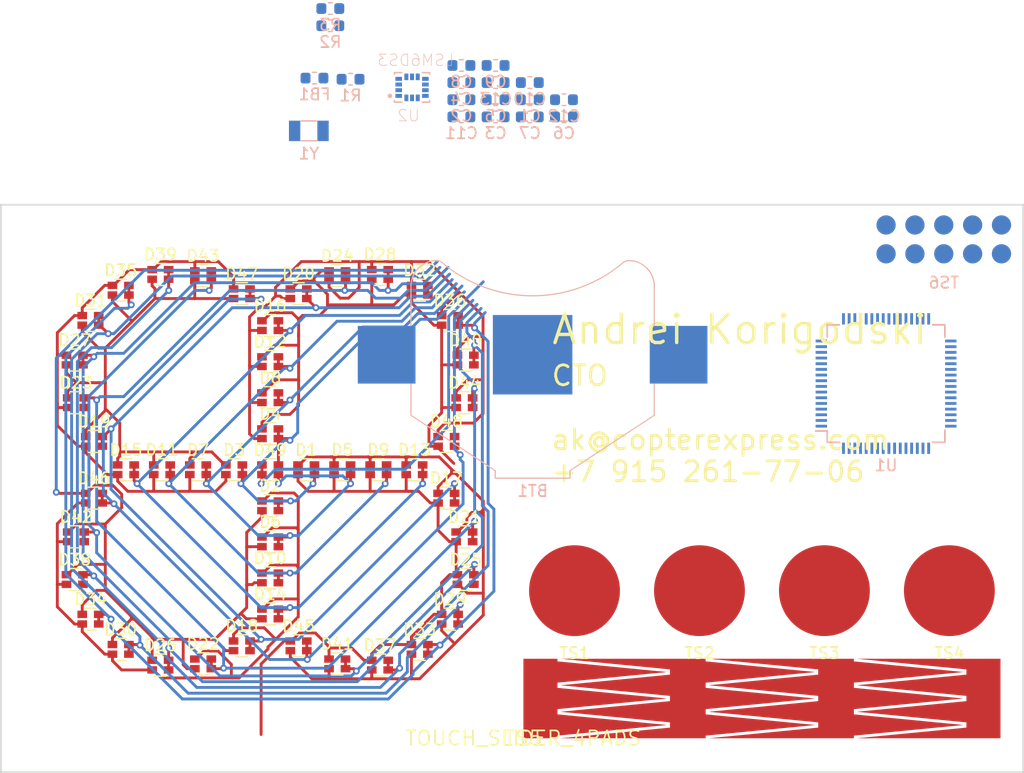
<source format=kicad_pcb>
(kicad_pcb (version 20171130) (host pcbnew 5.0.2+dfsg1-1~bpo9+1)
  (layers (0 F.Cu signal) (31 B.Cu signal) (34 B.Paste user) (35 F.Paste user) (36 B.SilkS user) (37 F.SilkS user) (38 B.Mask user) (39 F.Mask user) (44 Edge.Cuts user))
  (net 0 "")
  (net 1 LED_K0)
  (net 2 LED_K1)
  (net 3 LED_A0)
  (net 4 LED_K3)
  (net 5 LED_K2)
  (net 6 LED_K4)
  (net 7 LED_K5)
  (net 8 LED_K7)
  (net 9 LED_K6)
  (net 10 LED_K8)
  (net 11 LED_A1)
  (net 12 LED_A2)
  (net 13 LED_A3)
  (net 14 LED_A4)
  (net 15 LED_A5)
  (net 16 LED_A6)
  (net 17 LED_A7)
  (net 18 LED_A8)
  (net 19 VDD)
  (net 20 N$2)
  (net 21 MCU_AVDD)
  (net 22 GND)
  (net 23 N$7)
  (net 24 N$6)
  (net 25 N$13)
  (net 26 N$14)
  (net 27 N$5)
  (net 28 N$19)
  (net 29 N$20)
  (net 30 N$16)
  (net 31 N$15)
  (net 32 N$17)
  (net 33 N$18)
  (net 34 N$12)
  (net 35 N$11)
  (net 36 TOUCH_PAD0)
  (net 37 N$1)
  (net 38 TOUCH_PAD1)
  (net 39 TOUCH_PAD2)
  (net 40 TOUCH_PAD3)
  (net 41 N$21)
  (net 42 N$22)
  (net 43 N$23)
  (net 44 N$24)
  (net 45 N$8)
  (net 46 N$10)
  (net 47 N$9)
  (net 48 N$25)
  (net 49 N$26)
  (net 50 LED_K9)
  (net 51 LED_K10)
  (net 52 LED_K11)
  (module footprints:LED_DUAL_0606 (layer F.Cu) (at 126.884 103.351)
    (fp_text reference D1 (at 0 -1.75) (layer F.SilkS))
    (fp_text value LED_Dual_AACC)
    (pad 3 smd rect (at 0.725 -0.425) (size 0.85 0.65) (layers F.Cu F.Paste F.Mask) (net 1 LED_K0))
    (pad 4 smd rect (at 0.725 0.425) (size 0.85 0.65) (layers F.Cu F.Paste F.Mask) (net 1 LED_K0))
    (pad 2 smd rect (at -0.725 0.425) (size 0.85 0.65) (layers F.Cu F.Paste F.Mask) (net 11 LED_A1))
    (pad 1 smd rect (at -0.725 -0.425) (size 0.85 0.65) (layers F.Cu F.Paste F.Mask) (net 3 LED_A0))
  )
  (module footprints:LED_DUAL_0606 (layer F.Cu) (at 123.709 106.526)
    (fp_text reference D2 (at 0 -1.75) (layer F.SilkS))
    (fp_text value LED_Dual_AACC)
    (pad 3 smd rect (at 0.725 -0.425) (size 0.85 0.65) (layers F.Cu F.Paste F.Mask) (net 1 LED_K0))
    (pad 4 smd rect (at 0.725 0.425) (size 0.85 0.65) (layers F.Cu F.Paste F.Mask) (net 1 LED_K0))
    (pad 2 smd rect (at -0.725 0.425) (size 0.85 0.65) (layers F.Cu F.Paste F.Mask) (net 13 LED_A3))
    (pad 1 smd rect (at -0.725 -0.425) (size 0.85 0.65) (layers F.Cu F.Paste F.Mask) (net 12 LED_A2))
  )
  (module footprints:LED_DUAL_0606 (layer F.Cu) (at 120.534 103.351)
    (fp_text reference D3 (at 0 -1.75) (layer F.SilkS))
    (fp_text value LED_Dual_AACC)
    (pad 3 smd rect (at 0.725 -0.425) (size 0.85 0.65) (layers F.Cu F.Paste F.Mask) (net 1 LED_K0))
    (pad 4 smd rect (at 0.725 0.425) (size 0.85 0.65) (layers F.Cu F.Paste F.Mask) (net 1 LED_K0))
    (pad 2 smd rect (at -0.725 0.425) (size 0.85 0.65) (layers F.Cu F.Paste F.Mask) (net 15 LED_A5))
    (pad 1 smd rect (at -0.725 -0.425) (size 0.85 0.65) (layers F.Cu F.Paste F.Mask) (net 14 LED_A4))
  )
  (module footprints:LED_DUAL_0606 (layer F.Cu) (at 123.709 100.176)
    (fp_text reference D4 (at 0 -1.75) (layer F.SilkS))
    (fp_text value LED_Dual_AACC)
    (pad 3 smd rect (at 0.725 -0.425) (size 0.85 0.65) (layers F.Cu F.Paste F.Mask) (net 1 LED_K0))
    (pad 4 smd rect (at 0.725 0.425) (size 0.85 0.65) (layers F.Cu F.Paste F.Mask) (net 1 LED_K0))
    (pad 2 smd rect (at -0.725 0.425) (size 0.85 0.65) (layers F.Cu F.Paste F.Mask) (net 17 LED_A7))
    (pad 1 smd rect (at -0.725 -0.425) (size 0.85 0.65) (layers F.Cu F.Paste F.Mask) (net 16 LED_A6))
  )
  (module footprints:LED_DUAL_0606 (layer F.Cu) (at 130.059 103.351)
    (fp_text reference D5 (at 0 -1.75) (layer F.SilkS))
    (fp_text value LED_Dual_AACC)
    (pad 3 smd rect (at 0.725 -0.425) (size 0.85 0.65) (layers F.Cu F.Paste F.Mask) (net 2 LED_K1))
    (pad 4 smd rect (at 0.725 0.425) (size 0.85 0.65) (layers F.Cu F.Paste F.Mask) (net 2 LED_K1))
    (pad 2 smd rect (at -0.725 0.425) (size 0.85 0.65) (layers F.Cu F.Paste F.Mask) (net 11 LED_A1))
    (pad 1 smd rect (at -0.725 -0.425) (size 0.85 0.65) (layers F.Cu F.Paste F.Mask) (net 3 LED_A0))
  )
  (module footprints:LED_DUAL_0606 (layer F.Cu) (at 123.709 109.701)
    (fp_text reference D6 (at 0 -1.75) (layer F.SilkS))
    (fp_text value LED_Dual_AACC)
    (pad 3 smd rect (at 0.725 -0.425) (size 0.85 0.65) (layers F.Cu F.Paste F.Mask) (net 2 LED_K1))
    (pad 4 smd rect (at 0.725 0.425) (size 0.85 0.65) (layers F.Cu F.Paste F.Mask) (net 2 LED_K1))
    (pad 2 smd rect (at -0.725 0.425) (size 0.85 0.65) (layers F.Cu F.Paste F.Mask) (net 13 LED_A3))
    (pad 1 smd rect (at -0.725 -0.425) (size 0.85 0.65) (layers F.Cu F.Paste F.Mask) (net 12 LED_A2))
  )
  (module footprints:LED_DUAL_0606 (layer F.Cu) (at 117.359 103.351)
    (fp_text reference D7 (at 0 -1.75) (layer F.SilkS))
    (fp_text value LED_Dual_AACC)
    (pad 3 smd rect (at 0.725 -0.425) (size 0.85 0.65) (layers F.Cu F.Paste F.Mask) (net 2 LED_K1))
    (pad 4 smd rect (at 0.725 0.425) (size 0.85 0.65) (layers F.Cu F.Paste F.Mask) (net 2 LED_K1))
    (pad 2 smd rect (at -0.725 0.425) (size 0.85 0.65) (layers F.Cu F.Paste F.Mask) (net 15 LED_A5))
    (pad 1 smd rect (at -0.725 -0.425) (size 0.85 0.65) (layers F.Cu F.Paste F.Mask) (net 14 LED_A4))
  )
  (module footprints:LED_DUAL_0606 (layer F.Cu) (at 123.709 97.001)
    (fp_text reference D8 (at 0 -1.75) (layer F.SilkS))
    (fp_text value LED_Dual_AACC)
    (pad 3 smd rect (at 0.725 -0.425) (size 0.85 0.65) (layers F.Cu F.Paste F.Mask) (net 2 LED_K1))
    (pad 4 smd rect (at 0.725 0.425) (size 0.85 0.65) (layers F.Cu F.Paste F.Mask) (net 2 LED_K1))
    (pad 2 smd rect (at -0.725 0.425) (size 0.85 0.65) (layers F.Cu F.Paste F.Mask) (net 17 LED_A7))
    (pad 1 smd rect (at -0.725 -0.425) (size 0.85 0.65) (layers F.Cu F.Paste F.Mask) (net 16 LED_A6))
  )
  (module footprints:LED_DUAL_0606 (layer F.Cu) (at 133.234 103.351)
    (fp_text reference D9 (at 0 -1.75) (layer F.SilkS))
    (fp_text value LED_Dual_AACC)
    (pad 3 smd rect (at 0.725 -0.425) (size 0.85 0.65) (layers F.Cu F.Paste F.Mask) (net 5 LED_K2))
    (pad 4 smd rect (at 0.725 0.425) (size 0.85 0.65) (layers F.Cu F.Paste F.Mask) (net 5 LED_K2))
    (pad 2 smd rect (at -0.725 0.425) (size 0.85 0.65) (layers F.Cu F.Paste F.Mask) (net 11 LED_A1))
    (pad 1 smd rect (at -0.725 -0.425) (size 0.85 0.65) (layers F.Cu F.Paste F.Mask) (net 3 LED_A0))
  )
  (module footprints:LED_DUAL_0606 (layer F.Cu) (at 123.709 112.875999)
    (fp_text reference D10 (at 0 -1.75) (layer F.SilkS))
    (fp_text value LED_Dual_AACC)
    (pad 3 smd rect (at 0.725 -0.425) (size 0.85 0.65) (layers F.Cu F.Paste F.Mask) (net 5 LED_K2))
    (pad 4 smd rect (at 0.725 0.425) (size 0.85 0.65) (layers F.Cu F.Paste F.Mask) (net 5 LED_K2))
    (pad 2 smd rect (at -0.725 0.425) (size 0.85 0.65) (layers F.Cu F.Paste F.Mask) (net 13 LED_A3))
    (pad 1 smd rect (at -0.725 -0.425) (size 0.85 0.65) (layers F.Cu F.Paste F.Mask) (net 12 LED_A2))
  )
  (module footprints:LED_DUAL_0606 (layer F.Cu) (at 114.184 103.351)
    (fp_text reference D11 (at 0 -1.75) (layer F.SilkS))
    (fp_text value LED_Dual_AACC)
    (pad 3 smd rect (at 0.725 -0.425) (size 0.85 0.65) (layers F.Cu F.Paste F.Mask) (net 5 LED_K2))
    (pad 4 smd rect (at 0.725 0.425) (size 0.85 0.65) (layers F.Cu F.Paste F.Mask) (net 5 LED_K2))
    (pad 2 smd rect (at -0.725 0.425) (size 0.85 0.65) (layers F.Cu F.Paste F.Mask) (net 15 LED_A5))
    (pad 1 smd rect (at -0.725 -0.425) (size 0.85 0.65) (layers F.Cu F.Paste F.Mask) (net 14 LED_A4))
  )
  (module footprints:LED_DUAL_0606 (layer F.Cu) (at 123.709 93.826)
    (fp_text reference D12 (at 0 -1.75) (layer F.SilkS))
    (fp_text value LED_Dual_AACC)
    (pad 3 smd rect (at 0.725 -0.425) (size 0.85 0.65) (layers F.Cu F.Paste F.Mask) (net 5 LED_K2))
    (pad 4 smd rect (at 0.725 0.425) (size 0.85 0.65) (layers F.Cu F.Paste F.Mask) (net 5 LED_K2))
    (pad 2 smd rect (at -0.725 0.425) (size 0.85 0.65) (layers F.Cu F.Paste F.Mask) (net 17 LED_A7))
    (pad 1 smd rect (at -0.725 -0.425) (size 0.85 0.65) (layers F.Cu F.Paste F.Mask) (net 16 LED_A6))
  )
  (module footprints:LED_DUAL_0606 (layer F.Cu) (at 136.409 103.351)
    (fp_text reference D13 (at 0 -1.75) (layer F.SilkS))
    (fp_text value LED_Dual_AACC)
    (pad 3 smd rect (at 0.725 -0.425) (size 0.85 0.65) (layers F.Cu F.Paste F.Mask) (net 4 LED_K3))
    (pad 4 smd rect (at 0.725 0.425) (size 0.85 0.65) (layers F.Cu F.Paste F.Mask) (net 4 LED_K3))
    (pad 2 smd rect (at -0.725 0.425) (size 0.85 0.65) (layers F.Cu F.Paste F.Mask) (net 11 LED_A1))
    (pad 1 smd rect (at -0.725 -0.425) (size 0.85 0.65) (layers F.Cu F.Paste F.Mask) (net 3 LED_A0))
  )
  (module footprints:LED_DUAL_0606 (layer F.Cu) (at 123.709 116.051)
    (fp_text reference D14 (at 0 -1.75) (layer F.SilkS))
    (fp_text value LED_Dual_AACC)
    (pad 3 smd rect (at 0.725 -0.425) (size 0.85 0.65) (layers F.Cu F.Paste F.Mask) (net 4 LED_K3))
    (pad 4 smd rect (at 0.725 0.425) (size 0.85 0.65) (layers F.Cu F.Paste F.Mask) (net 4 LED_K3))
    (pad 2 smd rect (at -0.725 0.425) (size 0.85 0.65) (layers F.Cu F.Paste F.Mask) (net 13 LED_A3))
    (pad 1 smd rect (at -0.725 -0.425) (size 0.85 0.65) (layers F.Cu F.Paste F.Mask) (net 12 LED_A2))
  )
  (module footprints:LED_DUAL_0606 (layer F.Cu) (at 111.009 103.351)
    (fp_text reference D15 (at 0 -1.75) (layer F.SilkS))
    (fp_text value LED_Dual_AACC)
    (pad 3 smd rect (at 0.725 -0.425) (size 0.85 0.65) (layers F.Cu F.Paste F.Mask) (net 4 LED_K3))
    (pad 4 smd rect (at 0.725 0.425) (size 0.85 0.65) (layers F.Cu F.Paste F.Mask) (net 4 LED_K3))
    (pad 2 smd rect (at -0.725 0.425) (size 0.85 0.65) (layers F.Cu F.Paste F.Mask) (net 15 LED_A5))
    (pad 1 smd rect (at -0.725 -0.425) (size 0.85 0.65) (layers F.Cu F.Paste F.Mask) (net 14 LED_A4))
  )
  (module footprints:LED_DUAL_0606 (layer F.Cu) (at 123.709 90.651)
    (fp_text reference D16 (at 0 -1.75) (layer F.SilkS))
    (fp_text value LED_Dual_AACC)
    (pad 3 smd rect (at 0.725 -0.425) (size 0.85 0.65) (layers F.Cu F.Paste F.Mask) (net 4 LED_K3))
    (pad 4 smd rect (at 0.725 0.425) (size 0.85 0.65) (layers F.Cu F.Paste F.Mask) (net 4 LED_K3))
    (pad 2 smd rect (at -0.725 0.425) (size 0.85 0.65) (layers F.Cu F.Paste F.Mask) (net 17 LED_A7))
    (pad 1 smd rect (at -0.725 -0.425) (size 0.85 0.65) (layers F.Cu F.Paste F.Mask) (net 16 LED_A6))
  )
  (module footprints:LED_DUAL_0606 (layer F.Cu) (at 139.217852 105.850666)
    (fp_text reference D17 (at 0 -1.75) (layer F.SilkS))
    (fp_text value LED_Dual_AACC)
    (pad 3 smd rect (at 0.725 -0.425) (size 0.85 0.65) (layers F.Cu F.Paste F.Mask) (net 6 LED_K4))
    (pad 4 smd rect (at 0.725 0.425) (size 0.85 0.65) (layers F.Cu F.Paste F.Mask) (net 6 LED_K4))
    (pad 2 smd rect (at -0.725 0.425) (size 0.85 0.65) (layers F.Cu F.Paste F.Mask) (net 11 LED_A1))
    (pad 1 smd rect (at -0.725 -0.425) (size 0.85 0.65) (layers F.Cu F.Paste F.Mask) (net 3 LED_A0))
  )
  (module footprints:LED_DUAL_0606 (layer F.Cu) (at 121.209333 118.859852)
    (fp_text reference D18 (at 0 -1.75) (layer F.SilkS))
    (fp_text value LED_Dual_AACC)
    (pad 3 smd rect (at 0.725 -0.425) (size 0.85 0.65) (layers F.Cu F.Paste F.Mask) (net 6 LED_K4))
    (pad 4 smd rect (at 0.725 0.425) (size 0.85 0.65) (layers F.Cu F.Paste F.Mask) (net 6 LED_K4))
    (pad 2 smd rect (at -0.725 0.425) (size 0.85 0.65) (layers F.Cu F.Paste F.Mask) (net 13 LED_A3))
    (pad 1 smd rect (at -0.725 -0.425) (size 0.85 0.65) (layers F.Cu F.Paste F.Mask) (net 12 LED_A2))
  )
  (module footprints:LED_DUAL_0606 (layer F.Cu) (at 108.200147 100.851333)
    (fp_text reference D19 (at 0 -1.75) (layer F.SilkS))
    (fp_text value LED_Dual_AACC)
    (pad 3 smd rect (at 0.725 -0.425) (size 0.85 0.65) (layers F.Cu F.Paste F.Mask) (net 6 LED_K4))
    (pad 4 smd rect (at 0.725 0.425) (size 0.85 0.65) (layers F.Cu F.Paste F.Mask) (net 6 LED_K4))
    (pad 2 smd rect (at -0.725 0.425) (size 0.85 0.65) (layers F.Cu F.Paste F.Mask) (net 15 LED_A5))
    (pad 1 smd rect (at -0.725 -0.425) (size 0.85 0.65) (layers F.Cu F.Paste F.Mask) (net 14 LED_A4))
  )
  (module footprints:LED_DUAL_0606 (layer F.Cu) (at 126.208666 87.842147)
    (fp_text reference D20 (at 0 -1.75) (layer F.SilkS))
    (fp_text value LED_Dual_AACC)
    (pad 3 smd rect (at 0.725 -0.425) (size 0.85 0.65) (layers F.Cu F.Paste F.Mask) (net 6 LED_K4))
    (pad 4 smd rect (at 0.725 0.425) (size 0.85 0.65) (layers F.Cu F.Paste F.Mask) (net 6 LED_K4))
    (pad 2 smd rect (at -0.725 0.425) (size 0.85 0.65) (layers F.Cu F.Paste F.Mask) (net 17 LED_A7))
    (pad 1 smd rect (at -0.725 -0.425) (size 0.85 0.65) (layers F.Cu F.Paste F.Mask) (net 16 LED_A6))
  )
  (module footprints:LED_DUAL_0606 (layer F.Cu) (at 140.806919 109.258431)
    (fp_text reference D21 (at 0 -1.75) (layer F.SilkS))
    (fp_text value LED_Dual_AACC)
    (pad 3 smd rect (at 0.725 -0.425) (size 0.85 0.65) (layers F.Cu F.Paste F.Mask) (net 7 LED_K5))
    (pad 4 smd rect (at 0.725 0.425) (size 0.85 0.65) (layers F.Cu F.Paste F.Mask) (net 7 LED_K5))
    (pad 2 smd rect (at -0.725 0.425) (size 0.85 0.65) (layers F.Cu F.Paste F.Mask) (net 11 LED_A1))
    (pad 1 smd rect (at -0.725 -0.425) (size 0.85 0.65) (layers F.Cu F.Paste F.Mask) (net 3 LED_A0))
  )
  (module footprints:LED_DUAL_0606 (layer F.Cu) (at 117.801568 120.448919)
    (fp_text reference D22 (at 0 -1.75) (layer F.SilkS))
    (fp_text value LED_Dual_AACC)
    (pad 3 smd rect (at 0.725 -0.425) (size 0.85 0.65) (layers F.Cu F.Paste F.Mask) (net 7 LED_K5))
    (pad 4 smd rect (at 0.725 0.425) (size 0.85 0.65) (layers F.Cu F.Paste F.Mask) (net 7 LED_K5))
    (pad 2 smd rect (at -0.725 0.425) (size 0.85 0.65) (layers F.Cu F.Paste F.Mask) (net 13 LED_A3))
    (pad 1 smd rect (at -0.725 -0.425) (size 0.85 0.65) (layers F.Cu F.Paste F.Mask) (net 12 LED_A2))
  )
  (module footprints:LED_DUAL_0606 (layer F.Cu) (at 106.61108 97.443568)
    (fp_text reference D23 (at 0 -1.75) (layer F.SilkS))
    (fp_text value LED_Dual_AACC)
    (pad 3 smd rect (at 0.725 -0.425) (size 0.85 0.65) (layers F.Cu F.Paste F.Mask) (net 7 LED_K5))
    (pad 4 smd rect (at 0.725 0.425) (size 0.85 0.65) (layers F.Cu F.Paste F.Mask) (net 7 LED_K5))
    (pad 2 smd rect (at -0.725 0.425) (size 0.85 0.65) (layers F.Cu F.Paste F.Mask) (net 15 LED_A5))
    (pad 1 smd rect (at -0.725 -0.425) (size 0.85 0.65) (layers F.Cu F.Paste F.Mask) (net 14 LED_A4))
  )
  (module footprints:LED_DUAL_0606 (layer F.Cu) (at 129.616431 86.25308)
    (fp_text reference D24 (at 0 -1.75) (layer F.SilkS))
    (fp_text value LED_Dual_AACC)
    (pad 3 smd rect (at 0.725 -0.425) (size 0.85 0.65) (layers F.Cu F.Paste F.Mask) (net 7 LED_K5))
    (pad 4 smd rect (at 0.725 0.425) (size 0.85 0.65) (layers F.Cu F.Paste F.Mask) (net 7 LED_K5))
    (pad 2 smd rect (at -0.725 0.425) (size 0.85 0.65) (layers F.Cu F.Paste F.Mask) (net 17 LED_A7))
    (pad 1 smd rect (at -0.725 -0.425) (size 0.85 0.65) (layers F.Cu F.Paste F.Mask) (net 16 LED_A6))
  )
  (module footprints:LED_DUAL_0606 (layer F.Cu) (at 140.916279 113.016892)
    (fp_text reference D25 (at 0 -1.75) (layer F.SilkS))
    (fp_text value LED_Dual_AACC)
    (pad 3 smd rect (at 0.725 -0.425) (size 0.85 0.65) (layers F.Cu F.Paste F.Mask) (net 9 LED_K6))
    (pad 4 smd rect (at 0.725 0.425) (size 0.85 0.65) (layers F.Cu F.Paste F.Mask) (net 9 LED_K6))
    (pad 2 smd rect (at -0.725 0.425) (size 0.85 0.65) (layers F.Cu F.Paste F.Mask) (net 3 LED_A0))
    (pad 1 smd rect (at -0.725 -0.425) (size 0.85 0.65) (layers F.Cu F.Paste F.Mask) (net 11 LED_A1))
  )
  (module footprints:LED_DUAL_0606 (layer F.Cu) (at 114.043107 120.558279)
    (fp_text reference D26 (at 0 -1.75) (layer F.SilkS))
    (fp_text value LED_Dual_AACC)
    (pad 3 smd rect (at 0.725 -0.425) (size 0.85 0.65) (layers F.Cu F.Paste F.Mask) (net 9 LED_K6))
    (pad 4 smd rect (at 0.725 0.425) (size 0.85 0.65) (layers F.Cu F.Paste F.Mask) (net 9 LED_K6))
    (pad 2 smd rect (at -0.725 0.425) (size 0.85 0.65) (layers F.Cu F.Paste F.Mask) (net 12 LED_A2))
    (pad 1 smd rect (at -0.725 -0.425) (size 0.85 0.65) (layers F.Cu F.Paste F.Mask) (net 13 LED_A3))
  )
  (module footprints:LED_DUAL_0606 (layer F.Cu) (at 106.50172 93.685107)
    (fp_text reference D27 (at 0 -1.75) (layer F.SilkS))
    (fp_text value LED_Dual_AACC)
    (pad 3 smd rect (at 0.725 -0.425) (size 0.85 0.65) (layers F.Cu F.Paste F.Mask) (net 9 LED_K6))
    (pad 4 smd rect (at 0.725 0.425) (size 0.85 0.65) (layers F.Cu F.Paste F.Mask) (net 9 LED_K6))
    (pad 2 smd rect (at -0.725 0.425) (size 0.85 0.65) (layers F.Cu F.Paste F.Mask) (net 14 LED_A4))
    (pad 1 smd rect (at -0.725 -0.425) (size 0.85 0.65) (layers F.Cu F.Paste F.Mask) (net 15 LED_A5))
  )
  (module footprints:LED_DUAL_0606 (layer F.Cu) (at 133.374892 86.14372)
    (fp_text reference D28 (at 0 -1.75) (layer F.SilkS))
    (fp_text value LED_Dual_AACC)
    (pad 3 smd rect (at 0.725 -0.425) (size 0.85 0.65) (layers F.Cu F.Paste F.Mask) (net 9 LED_K6))
    (pad 4 smd rect (at 0.725 0.425) (size 0.85 0.65) (layers F.Cu F.Paste F.Mask) (net 9 LED_K6))
    (pad 2 smd rect (at -0.725 0.425) (size 0.85 0.65) (layers F.Cu F.Paste F.Mask) (net 16 LED_A6))
    (pad 1 smd rect (at -0.725 -0.425) (size 0.85 0.65) (layers F.Cu F.Paste F.Mask) (net 17 LED_A7))
  )
  (module footprints:LED_DUAL_0606 (layer F.Cu) (at 139.528045 116.511287)
    (fp_text reference D29 (at 0 -1.75) (layer F.SilkS))
    (fp_text value LED_Dual_AACC)
    (pad 3 smd rect (at 0.725 -0.425) (size 0.85 0.65) (layers F.Cu F.Paste F.Mask) (net 8 LED_K7))
    (pad 4 smd rect (at 0.725 0.425) (size 0.85 0.65) (layers F.Cu F.Paste F.Mask) (net 8 LED_K7))
    (pad 2 smd rect (at -0.725 0.425) (size 0.85 0.65) (layers F.Cu F.Paste F.Mask) (net 3 LED_A0))
    (pad 1 smd rect (at -0.725 -0.425) (size 0.85 0.65) (layers F.Cu F.Paste F.Mask) (net 11 LED_A1))
  )
  (module footprints:LED_DUAL_0606 (layer F.Cu) (at 110.548712 119.170045)
    (fp_text reference D30 (at 0 -1.75) (layer F.SilkS))
    (fp_text value LED_Dual_AACC)
    (pad 3 smd rect (at 0.725 -0.425) (size 0.85 0.65) (layers F.Cu F.Paste F.Mask) (net 8 LED_K7))
    (pad 4 smd rect (at 0.725 0.425) (size 0.85 0.65) (layers F.Cu F.Paste F.Mask) (net 8 LED_K7))
    (pad 2 smd rect (at -0.725 0.425) (size 0.85 0.65) (layers F.Cu F.Paste F.Mask) (net 12 LED_A2))
    (pad 1 smd rect (at -0.725 -0.425) (size 0.85 0.65) (layers F.Cu F.Paste F.Mask) (net 13 LED_A3))
  )
  (module footprints:LED_DUAL_0606 (layer F.Cu) (at 107.889954 90.190712)
    (fp_text reference D31 (at 0 -1.75) (layer F.SilkS))
    (fp_text value LED_Dual_AACC)
    (pad 3 smd rect (at 0.725 -0.425) (size 0.85 0.65) (layers F.Cu F.Paste F.Mask) (net 8 LED_K7))
    (pad 4 smd rect (at 0.725 0.425) (size 0.85 0.65) (layers F.Cu F.Paste F.Mask) (net 8 LED_K7))
    (pad 2 smd rect (at -0.725 0.425) (size 0.85 0.65) (layers F.Cu F.Paste F.Mask) (net 14 LED_A4))
    (pad 1 smd rect (at -0.725 -0.425) (size 0.85 0.65) (layers F.Cu F.Paste F.Mask) (net 15 LED_A5))
  )
  (module footprints:LED_DUAL_0606 (layer F.Cu) (at 136.869287 87.531954)
    (fp_text reference D32 (at 0 -1.75) (layer F.SilkS))
    (fp_text value LED_Dual_AACC)
    (pad 3 smd rect (at 0.725 -0.425) (size 0.85 0.65) (layers F.Cu F.Paste F.Mask) (net 8 LED_K7))
    (pad 4 smd rect (at 0.725 0.425) (size 0.85 0.65) (layers F.Cu F.Paste F.Mask) (net 8 LED_K7))
    (pad 2 smd rect (at -0.725 0.425) (size 0.85 0.65) (layers F.Cu F.Paste F.Mask) (net 16 LED_A6))
    (pad 1 smd rect (at -0.725 -0.425) (size 0.85 0.65) (layers F.Cu F.Paste F.Mask) (net 17 LED_A7))
  )
  (module footprints:LED_DUAL_0606 (layer F.Cu) (at 136.869287 119.170045)
    (fp_text reference D33 (at 0 -1.75) (layer F.SilkS))
    (fp_text value LED_Dual_AACC)
    (pad 3 smd rect (at 0.725 -0.425) (size 0.85 0.65) (layers F.Cu F.Paste F.Mask) (net 10 LED_K8))
    (pad 4 smd rect (at 0.725 0.425) (size 0.85 0.65) (layers F.Cu F.Paste F.Mask) (net 10 LED_K8))
    (pad 2 smd rect (at -0.725 0.425) (size 0.85 0.65) (layers F.Cu F.Paste F.Mask) (net 3 LED_A0))
    (pad 1 smd rect (at -0.725 -0.425) (size 0.85 0.65) (layers F.Cu F.Paste F.Mask) (net 11 LED_A1))
  )
  (module footprints:LED_DUAL_0606 (layer F.Cu) (at 107.889954 116.511287)
    (fp_text reference D34 (at 0 -1.75) (layer F.SilkS))
    (fp_text value LED_Dual_AACC)
    (pad 3 smd rect (at 0.725 -0.425) (size 0.85 0.65) (layers F.Cu F.Paste F.Mask) (net 10 LED_K8))
    (pad 4 smd rect (at 0.725 0.425) (size 0.85 0.65) (layers F.Cu F.Paste F.Mask) (net 10 LED_K8))
    (pad 2 smd rect (at -0.725 0.425) (size 0.85 0.65) (layers F.Cu F.Paste F.Mask) (net 12 LED_A2))
    (pad 1 smd rect (at -0.725 -0.425) (size 0.85 0.65) (layers F.Cu F.Paste F.Mask) (net 13 LED_A3))
  )
  (module footprints:LED_DUAL_0606 (layer F.Cu) (at 110.548712 87.531954)
    (fp_text reference D35 (at 0 -1.75) (layer F.SilkS))
    (fp_text value LED_Dual_AACC)
    (pad 3 smd rect (at 0.725 -0.425) (size 0.85 0.65) (layers F.Cu F.Paste F.Mask) (net 10 LED_K8))
    (pad 4 smd rect (at 0.725 0.425) (size 0.85 0.65) (layers F.Cu F.Paste F.Mask) (net 10 LED_K8))
    (pad 2 smd rect (at -0.725 0.425) (size 0.85 0.65) (layers F.Cu F.Paste F.Mask) (net 14 LED_A4))
    (pad 1 smd rect (at -0.725 -0.425) (size 0.85 0.65) (layers F.Cu F.Paste F.Mask) (net 15 LED_A5))
  )
  (module footprints:LED_DUAL_0606 (layer F.Cu) (at 139.528045 90.190712)
    (fp_text reference D36 (at 0 -1.75) (layer F.SilkS))
    (fp_text value LED_Dual_AACC)
    (pad 3 smd rect (at 0.725 -0.425) (size 0.85 0.65) (layers F.Cu F.Paste F.Mask) (net 10 LED_K8))
    (pad 4 smd rect (at 0.725 0.425) (size 0.85 0.65) (layers F.Cu F.Paste F.Mask) (net 10 LED_K8))
    (pad 2 smd rect (at -0.725 0.425) (size 0.85 0.65) (layers F.Cu F.Paste F.Mask) (net 16 LED_A6))
    (pad 1 smd rect (at -0.725 -0.425) (size 0.85 0.65) (layers F.Cu F.Paste F.Mask) (net 17 LED_A7))
  )
  (module footprints:LED_DUAL_0606 (layer F.Cu) (at 133.374892 120.558279)
    (fp_text reference D37 (at 0 -1.75) (layer F.SilkS))
    (fp_text value LED_Dual_AACC)
    (pad 3 smd rect (at 0.725 -0.425) (size 0.85 0.65) (layers F.Cu F.Paste F.Mask) (net 50 LED_K9))
    (pad 4 smd rect (at 0.725 0.425) (size 0.85 0.65) (layers F.Cu F.Paste F.Mask) (net 50 LED_K9))
    (pad 2 smd rect (at -0.725 0.425) (size 0.85 0.65) (layers F.Cu F.Paste F.Mask) (net 3 LED_A0))
    (pad 1 smd rect (at -0.725 -0.425) (size 0.85 0.65) (layers F.Cu F.Paste F.Mask) (net 11 LED_A1))
  )
  (module footprints:LED_DUAL_0606 (layer F.Cu) (at 106.50172 113.016892)
    (fp_text reference D38 (at 0 -1.75) (layer F.SilkS))
    (fp_text value LED_Dual_AACC)
    (pad 3 smd rect (at 0.725 -0.425) (size 0.85 0.65) (layers F.Cu F.Paste F.Mask) (net 50 LED_K9))
    (pad 4 smd rect (at 0.725 0.425) (size 0.85 0.65) (layers F.Cu F.Paste F.Mask) (net 50 LED_K9))
    (pad 2 smd rect (at -0.725 0.425) (size 0.85 0.65) (layers F.Cu F.Paste F.Mask) (net 12 LED_A2))
    (pad 1 smd rect (at -0.725 -0.425) (size 0.85 0.65) (layers F.Cu F.Paste F.Mask) (net 13 LED_A3))
  )
  (module footprints:LED_DUAL_0606 (layer F.Cu) (at 114.043107 86.14372)
    (fp_text reference D39 (at 0 -1.75) (layer F.SilkS))
    (fp_text value LED_Dual_AACC)
    (pad 3 smd rect (at 0.725 -0.425) (size 0.85 0.65) (layers F.Cu F.Paste F.Mask) (net 50 LED_K9))
    (pad 4 smd rect (at 0.725 0.425) (size 0.85 0.65) (layers F.Cu F.Paste F.Mask) (net 50 LED_K9))
    (pad 2 smd rect (at -0.725 0.425) (size 0.85 0.65) (layers F.Cu F.Paste F.Mask) (net 14 LED_A4))
    (pad 1 smd rect (at -0.725 -0.425) (size 0.85 0.65) (layers F.Cu F.Paste F.Mask) (net 15 LED_A5))
  )
  (module footprints:LED_DUAL_0606 (layer F.Cu) (at 140.916279 93.685107)
    (fp_text reference D40 (at 0 -1.75) (layer F.SilkS))
    (fp_text value LED_Dual_AACC)
    (pad 3 smd rect (at 0.725 -0.425) (size 0.85 0.65) (layers F.Cu F.Paste F.Mask) (net 50 LED_K9))
    (pad 4 smd rect (at 0.725 0.425) (size 0.85 0.65) (layers F.Cu F.Paste F.Mask) (net 50 LED_K9))
    (pad 2 smd rect (at -0.725 0.425) (size 0.85 0.65) (layers F.Cu F.Paste F.Mask) (net 16 LED_A6))
    (pad 1 smd rect (at -0.725 -0.425) (size 0.85 0.65) (layers F.Cu F.Paste F.Mask) (net 17 LED_A7))
  )
  (module footprints:LED_DUAL_0606 (layer F.Cu) (at 129.616431 120.448919)
    (fp_text reference D41 (at 0 -1.75) (layer F.SilkS))
    (fp_text value LED_Dual_AACC)
    (pad 3 smd rect (at 0.725 -0.425) (size 0.85 0.65) (layers F.Cu F.Paste F.Mask) (net 51 LED_K10))
    (pad 4 smd rect (at 0.725 0.425) (size 0.85 0.65) (layers F.Cu F.Paste F.Mask) (net 51 LED_K10))
    (pad 2 smd rect (at -0.725 0.425) (size 0.85 0.65) (layers F.Cu F.Paste F.Mask) (net 3 LED_A0))
    (pad 1 smd rect (at -0.725 -0.425) (size 0.85 0.65) (layers F.Cu F.Paste F.Mask) (net 11 LED_A1))
  )
  (module footprints:LED_DUAL_0606 (layer F.Cu) (at 106.61108 109.258431)
    (fp_text reference D42 (at 0 -1.75) (layer F.SilkS))
    (fp_text value LED_Dual_AACC)
    (pad 3 smd rect (at 0.725 -0.425) (size 0.85 0.65) (layers F.Cu F.Paste F.Mask) (net 51 LED_K10))
    (pad 4 smd rect (at 0.725 0.425) (size 0.85 0.65) (layers F.Cu F.Paste F.Mask) (net 51 LED_K10))
    (pad 2 smd rect (at -0.725 0.425) (size 0.85 0.65) (layers F.Cu F.Paste F.Mask) (net 12 LED_A2))
    (pad 1 smd rect (at -0.725 -0.425) (size 0.85 0.65) (layers F.Cu F.Paste F.Mask) (net 13 LED_A3))
  )
  (module footprints:LED_DUAL_0606 (layer F.Cu) (at 117.801568 86.25308)
    (fp_text reference D43 (at 0 -1.75) (layer F.SilkS))
    (fp_text value LED_Dual_AACC)
    (pad 3 smd rect (at 0.725 -0.425) (size 0.85 0.65) (layers F.Cu F.Paste F.Mask) (net 51 LED_K10))
    (pad 4 smd rect (at 0.725 0.425) (size 0.85 0.65) (layers F.Cu F.Paste F.Mask) (net 51 LED_K10))
    (pad 2 smd rect (at -0.725 0.425) (size 0.85 0.65) (layers F.Cu F.Paste F.Mask) (net 14 LED_A4))
    (pad 1 smd rect (at -0.725 -0.425) (size 0.85 0.65) (layers F.Cu F.Paste F.Mask) (net 15 LED_A5))
  )
  (module footprints:LED_DUAL_0606 (layer F.Cu) (at 140.806919 97.443568)
    (fp_text reference D44 (at 0 -1.75) (layer F.SilkS))
    (fp_text value LED_Dual_AACC)
    (pad 3 smd rect (at 0.725 -0.425) (size 0.85 0.65) (layers F.Cu F.Paste F.Mask) (net 51 LED_K10))
    (pad 4 smd rect (at 0.725 0.425) (size 0.85 0.65) (layers F.Cu F.Paste F.Mask) (net 51 LED_K10))
    (pad 2 smd rect (at -0.725 0.425) (size 0.85 0.65) (layers F.Cu F.Paste F.Mask) (net 16 LED_A6))
    (pad 1 smd rect (at -0.725 -0.425) (size 0.85 0.65) (layers F.Cu F.Paste F.Mask) (net 17 LED_A7))
  )
  (module footprints:LED_DUAL_0606 (layer F.Cu) (at 126.208666 118.859852)
    (fp_text reference D45 (at 0 -1.75) (layer F.SilkS))
    (fp_text value LED_Dual_AACC)
    (pad 3 smd rect (at 0.725 -0.425) (size 0.85 0.65) (layers F.Cu F.Paste F.Mask) (net 52 LED_K11))
    (pad 4 smd rect (at 0.725 0.425) (size 0.85 0.65) (layers F.Cu F.Paste F.Mask) (net 52 LED_K11))
    (pad 2 smd rect (at -0.725 0.425) (size 0.85 0.65) (layers F.Cu F.Paste F.Mask) (net 3 LED_A0))
    (pad 1 smd rect (at -0.725 -0.425) (size 0.85 0.65) (layers F.Cu F.Paste F.Mask) (net 11 LED_A1))
  )
  (module footprints:LED_DUAL_0606 (layer F.Cu) (at 108.200147 105.850666)
    (fp_text reference D46 (at 0 -1.75) (layer F.SilkS))
    (fp_text value LED_Dual_AACC)
    (pad 3 smd rect (at 0.725 -0.425) (size 0.85 0.65) (layers F.Cu F.Paste F.Mask) (net 52 LED_K11))
    (pad 4 smd rect (at 0.725 0.425) (size 0.85 0.65) (layers F.Cu F.Paste F.Mask) (net 52 LED_K11))
    (pad 2 smd rect (at -0.725 0.425) (size 0.85 0.65) (layers F.Cu F.Paste F.Mask) (net 12 LED_A2))
    (pad 1 smd rect (at -0.725 -0.425) (size 0.85 0.65) (layers F.Cu F.Paste F.Mask) (net 13 LED_A3))
  )
  (module footprints:LED_DUAL_0606 (layer F.Cu) (at 121.209333 87.842147)
    (fp_text reference D47 (at 0 -1.75) (layer F.SilkS))
    (fp_text value LED_Dual_AACC)
    (pad 3 smd rect (at 0.725 -0.425) (size 0.85 0.65) (layers F.Cu F.Paste F.Mask) (net 52 LED_K11))
    (pad 4 smd rect (at 0.725 0.425) (size 0.85 0.65) (layers F.Cu F.Paste F.Mask) (net 52 LED_K11))
    (pad 2 smd rect (at -0.725 0.425) (size 0.85 0.65) (layers F.Cu F.Paste F.Mask) (net 14 LED_A4))
    (pad 1 smd rect (at -0.725 -0.425) (size 0.85 0.65) (layers F.Cu F.Paste F.Mask) (net 15 LED_A5))
  )
  (module footprints:LED_DUAL_0606 (layer F.Cu) (at 139.217852 100.851333)
    (fp_text reference D48 (at 0 -1.75) (layer F.SilkS))
    (fp_text value LED_Dual_AACC)
    (pad 3 smd rect (at 0.725 -0.425) (size 0.85 0.65) (layers F.Cu F.Paste F.Mask) (net 52 LED_K11))
    (pad 4 smd rect (at 0.725 0.425) (size 0.85 0.65) (layers F.Cu F.Paste F.Mask) (net 52 LED_K11))
    (pad 2 smd rect (at -0.725 0.425) (size 0.85 0.65) (layers F.Cu F.Paste F.Mask) (net 16 LED_A6))
    (pad 1 smd rect (at -0.725 -0.425) (size 0.85 0.65) (layers F.Cu F.Paste F.Mask) (net 17 LED_A7))
  )
  (module footprints:LED_DUAL_0606 (layer F.Cu) (at 123.709 103.351)
    (fp_text reference D49 (at 0 -1.75) (layer F.SilkS))
    (fp_text value LED_Dual_AACC)
    (pad 3 smd rect (at 0.725 -0.425) (size 0.85 0.65) (layers F.Cu F.Paste F.Mask) (net 1 LED_K0))
    (pad 4 smd rect (at 0.725 0.425) (size 0.85 0.65) (layers F.Cu F.Paste F.Mask) (net 2 LED_K1))
    (pad 2 smd rect (at -0.725 0.425) (size 0.85 0.65) (layers F.Cu F.Paste F.Mask) (net 18 LED_A8))
    (pad 1 smd rect (at -0.725 -0.425) (size 0.85 0.65) (layers F.Cu F.Paste F.Mask) (net 18 LED_A8))
  )
  (module Inductor_SMD:L_0603_1608Metric (layer B.Cu) (at 127.6095 68.849291)
    (fp_text reference FB1 (at 0 1.43) (layer B.SilkS) (effects (justify mirror)))
    (fp_text value Ferrite_Bead_Small)
    (pad 2 smd roundrect (at 0.7875 0) (size 0.875 0.95) (layers B.Cu B.Paste B.Mask) (net 20 N$2))
    (pad 1 smd roundrect (at -0.7875 0) (size 0.875 0.95) (layers B.Cu B.Paste B.Mask) (net 19 VDD))
  )
  (module Resistor_SMD:R_0603_1608Metric (layer B.Cu) (at 130.7845 68.949291)
    (fp_text reference R1 (at 0 1.43) (layer B.SilkS) (effects (justify mirror)))
    (fp_text value 1)
    (pad 2 smd roundrect (at 0.7875 0) (size 0.875 0.95) (layers B.Cu B.Paste B.Mask) (net 21 MCU_AVDD))
    (pad 1 smd roundrect (at -0.7875 0) (size 0.875 0.95) (layers B.Cu B.Paste B.Mask) (net 20 N$2))
  )
  (module Package_QFP:LQFP-64_10x10mm_P0.5mm (layer B.Cu) (at 177.927 95.758)
    (fp_text reference U1 (at 0 7.2) (layer B.SilkS) (effects (justify mirror)))
    (fp_text value EFM32LG232F64)
    (pad 64 smd rect (at -3.75 5.7 270) (size 1 0.25) (layers B.Cu B.Paste B.Mask) (net 52 LED_K11))
    (pad 63 smd rect (at -3.25 5.7 270) (size 1 0.25) (layers B.Cu B.Paste B.Mask) (net 51 LED_K10))
    (pad 62 smd rect (at -2.75 5.7 270) (size 1 0.25) (layers B.Cu B.Paste B.Mask) (net 50 LED_K9))
    (pad 61 smd rect (at -2.25 5.7 270) (size 1 0.25) (layers B.Cu B.Paste B.Mask) (net 10 LED_K8))
    (pad 60 smd rect (at -1.75 5.7 270) (size 1 0.25) (layers B.Cu B.Paste B.Mask) (net 8 LED_K7))
    (pad 59 smd rect (at -1.25 5.7 270) (size 1 0.25) (layers B.Cu B.Paste B.Mask) (net 9 LED_K6))
    (pad 58 smd rect (at -0.75 5.7 270) (size 1 0.25) (layers B.Cu B.Paste B.Mask) (net 7 LED_K5))
    (pad 57 smd rect (at -0.25 5.7 270) (size 1 0.25) (layers B.Cu B.Paste B.Mask) (net 6 LED_K4))
    (pad 56 smd rect (at 0.25 5.7 270) (size 1 0.25) (layers B.Cu B.Paste B.Mask) (net 22 GND))
    (pad 55 smd rect (at 0.75 5.7 270) (size 1 0.25) (layers B.Cu B.Paste B.Mask) (net 19 VDD))
    (pad 54 smd rect (at 1.25 5.7 270) (size 1 0.25) (layers B.Cu B.Paste B.Mask) (net 4 LED_K3))
    (pad 53 smd rect (at 1.75 5.7 270) (size 1 0.25) (layers B.Cu B.Paste B.Mask) (net 5 LED_K2))
    (pad 52 smd rect (at 2.25 5.7 270) (size 1 0.25) (layers B.Cu B.Paste B.Mask) (net 2 LED_K1))
    (pad 51 smd rect (at 2.75 5.7 270) (size 1 0.25) (layers B.Cu B.Paste B.Mask) (net 1 LED_K0))
    (pad 50 smd rect (at 3.25 5.7 270) (size 1 0.25) (layers B.Cu B.Paste B.Mask) (net 47 N$9))
    (pad 49 smd rect (at 3.75 5.7 270) (size 1 0.25) (layers B.Cu B.Paste B.Mask) (net 46 N$10))
    (pad 48 smd rect (at 5.7 3.75) (size 1 0.25) (layers B.Cu B.Paste B.Mask) (net 45 N$8))
    (pad 47 smd rect (at 5.7 3.25) (size 1 0.25) (layers B.Cu B.Paste B.Mask) (net 44 N$24))
    (pad 46 smd rect (at 5.7 2.75) (size 1 0.25) (layers B.Cu B.Paste B.Mask) (net 43 N$23))
    (pad 45 smd rect (at 5.7 2.25) (size 1 0.25) (layers B.Cu B.Paste B.Mask) (net 42 N$22))
    (pad 44 smd rect (at 5.7 1.75) (size 1 0.25) (layers B.Cu B.Paste B.Mask) (net 41 N$21))
    (pad 43 smd rect (at 5.7 1.25) (size 1 0.25) (layers B.Cu B.Paste B.Mask) (net 40 TOUCH_PAD3))
    (pad 42 smd rect (at 5.7 0.75) (size 1 0.25) (layers B.Cu B.Paste B.Mask) (net 39 TOUCH_PAD2))
    (pad 41 smd rect (at 5.7 0.25) (size 1 0.25) (layers B.Cu B.Paste B.Mask) (net 38 TOUCH_PAD1))
    (pad 40 smd rect (at 5.7 -0.25) (size 1 0.25) (layers B.Cu B.Paste B.Mask) (net 37 N$1))
    (pad 39 smd rect (at 5.7 -0.75) (size 1 0.25) (layers B.Cu B.Paste B.Mask) (net 19 VDD))
    (pad 38 smd rect (at 5.7 -1.25) (size 1 0.25) (layers B.Cu B.Paste B.Mask) (net 22 GND))
    (pad 37 smd rect (at 5.7 -1.75) (size 1 0.25) (layers B.Cu B.Paste B.Mask) (net 36 TOUCH_PAD0))
    (pad 36 smd rect (at 5.7 -2.25) (size 1 0.25) (layers B.Cu B.Paste B.Mask) (net 22 GND))
    (pad 35 smd rect (at 5.7 -2.75) (size 1 0.25) (layers B.Cu B.Paste B.Mask) (net 35 N$11))
    (pad 34 smd rect (at 5.7 -3.25) (size 1 0.25) (layers B.Cu B.Paste B.Mask) (net 34 N$12))
    (pad 33 smd rect (at 5.7 -3.75) (size 1 0.25) (layers B.Cu B.Paste B.Mask) (net 22 GND))
    (pad 32 smd rect (at 3.75 -5.7 270) (size 1 0.25) (layers B.Cu B.Paste B.Mask) (net 22 GND))
    (pad 31 smd rect (at 3.25 -5.7 270) (size 1 0.25) (layers B.Cu B.Paste B.Mask) (net 33 N$18))
    (pad 30 smd rect (at 2.75 -5.7 270) (size 1 0.25) (layers B.Cu B.Paste B.Mask) (net 32 N$17))
    (pad 29 smd rect (at 2.25 -5.7 270) (size 1 0.25) (layers B.Cu B.Paste B.Mask) (net 31 N$15))
    (pad 28 smd rect (at 1.75 -5.7 270) (size 1 0.25) (layers B.Cu B.Paste B.Mask) (net 30 N$16))
    (pad 27 smd rect (at 1.25 -5.7 270) (size 1 0.25) (layers B.Cu B.Paste B.Mask) (net 21 MCU_AVDD))
    (pad 26 smd rect (at 0.75 -5.7 270) (size 1 0.25) (layers B.Cu B.Paste B.Mask) (net 19 VDD))
    (pad 25 smd rect (at 0.25 -5.7 270) (size 1 0.25) (layers B.Cu B.Paste B.Mask) (net 29 N$20))
    (pad 24 smd rect (at -0.25 -5.7 270) (size 1 0.25) (layers B.Cu B.Paste B.Mask) (net 28 N$19))
    (pad 23 smd rect (at -0.75 -5.7 270) (size 1 0.25) (layers B.Cu B.Paste B.Mask) (net 21 MCU_AVDD))
    (pad 22 smd rect (at -1.25 -5.7 270) (size 1 0.25) (layers B.Cu B.Paste B.Mask) (net 22 GND))
    (pad 21 smd rect (at -1.75 -5.7 270) (size 1 0.25) (layers B.Cu B.Paste B.Mask) (net 22 GND))
    (pad 20 smd rect (at -2.25 -5.7 270) (size 1 0.25) (layers B.Cu B.Paste B.Mask) (net 27 N$5))
    (pad 19 smd rect (at -2.75 -5.7 270) (size 1 0.25) (layers B.Cu B.Paste B.Mask) (net 18 LED_A8))
    (pad 18 smd rect (at -3.25 -5.7 270) (size 1 0.25) (layers B.Cu B.Paste B.Mask) (net 17 LED_A7))
    (pad 17 smd rect (at -3.75 -5.7 270) (size 1 0.25) (layers B.Cu B.Paste B.Mask) (net 16 LED_A6))
    (pad 16 smd rect (at -5.7 -3.75) (size 1 0.25) (layers B.Cu B.Paste B.Mask) (net 26 N$14))
    (pad 15 smd rect (at -5.7 -3.25) (size 1 0.25) (layers B.Cu B.Paste B.Mask) (net 25 N$13))
    (pad 14 smd rect (at -5.7 -2.75) (size 1 0.25) (layers B.Cu B.Paste B.Mask) (net 49 N$26))
    (pad 13 smd rect (at -5.7 -2.25) (size 1 0.25) (layers B.Cu B.Paste B.Mask) (net 48 N$25))
    (pad 12 smd rect (at -5.7 -1.75) (size 1 0.25) (layers B.Cu B.Paste B.Mask) (net 22 GND))
    (pad 11 smd rect (at -5.7 -1.25) (size 1 0.25) (layers B.Cu B.Paste B.Mask) (net 22 GND))
    (pad 10 smd rect (at -5.7 -0.75) (size 1 0.25) (layers B.Cu B.Paste B.Mask) (net 24 N$6))
    (pad 9 smd rect (at -5.7 -0.25) (size 1 0.25) (layers B.Cu B.Paste B.Mask) (net 23 N$7))
    (pad 8 smd rect (at -5.7 0.25) (size 1 0.25) (layers B.Cu B.Paste B.Mask) (net 22 GND))
    (pad 7 smd rect (at -5.7 0.75) (size 1 0.25) (layers B.Cu B.Paste B.Mask) (net 19 VDD))
    (pad 6 smd rect (at -5.7 1.25) (size 1 0.25) (layers B.Cu B.Paste B.Mask) (net 15 LED_A5))
    (pad 5 smd rect (at -5.7 1.75) (size 1 0.25) (layers B.Cu B.Paste B.Mask) (net 14 LED_A4))
    (pad 4 smd rect (at -5.7 2.25) (size 1 0.25) (layers B.Cu B.Paste B.Mask) (net 13 LED_A3))
    (pad 3 smd rect (at -5.7 2.75) (size 1 0.25) (layers B.Cu B.Paste B.Mask) (net 12 LED_A2))
    (pad 2 smd rect (at -5.7 3.25) (size 1 0.25) (layers B.Cu B.Paste B.Mask) (net 11 LED_A1))
    (pad 1 smd rect (at -5.7 3.75) (size 1 0.25) (layers B.Cu B.Paste B.Mask) (net 3 LED_A0))
  )
  (module Crystal:Crystal_SMD_3215-2Pin_3.2x1.5mm (layer B.Cu) (at 127.112 73.498)
    (fp_text reference Y1 (at 0 2) (layer B.SilkS) (effects (justify mirror)))
    (fp_text value 32768Hz)
    (pad 2 smd rect (at -1.25 0) (size 1 1.8) (layers B.Cu B.Paste B.Mask) (net 26 N$14))
    (pad 1 smd rect (at 1.25 0) (size 1 1.8) (layers B.Cu B.Paste B.Mask) (net 25 N$13))
  )
  (module Capacitor_SMD:C_0603_1608Metric (layer B.Cu) (at 146.563371 70.75429)
    (fp_text reference C1 (at 0 1.43) (layer B.SilkS) (effects (justify mirror)))
    (fp_text value 1uF)
    (pad 2 smd roundrect (at 0.7875 0) (size 0.875 0.95) (layers B.Cu B.Paste B.Mask) (net 22 GND))
    (pad 1 smd roundrect (at -0.7875 0) (size 0.875 0.95) (layers B.Cu B.Paste B.Mask) (net 37 N$1))
  )
  (module Capacitor_SMD:C_0603_1608Metric (layer B.Cu) (at 140.543371 70.75429)
    (fp_text reference C2 (at 0 1.43) (layer B.SilkS) (effects (justify mirror)))
    (fp_text value 0.1uF)
    (pad 2 smd roundrect (at 0.7875 0) (size 0.875 0.95) (layers B.Cu B.Paste B.Mask) (net 22 GND))
    (pad 1 smd roundrect (at -0.7875 0) (size 0.875 0.95) (layers B.Cu B.Paste B.Mask) (net 19 VDD))
  )
  (module Capacitor_SMD:C_0603_1608Metric (layer B.Cu) (at 143.553371 72.26429)
    (fp_text reference C3 (at 0 1.43) (layer B.SilkS) (effects (justify mirror)))
    (fp_text value 0.1uF)
    (pad 2 smd roundrect (at 0.7875 0) (size 0.875 0.95) (layers B.Cu B.Paste B.Mask) (net 22 GND))
    (pad 1 smd roundrect (at -0.7875 0) (size 0.875 0.95) (layers B.Cu B.Paste B.Mask) (net 19 VDD))
  )
  (module Capacitor_SMD:C_0603_1608Metric (layer B.Cu) (at 140.543371 69.24429)
    (fp_text reference C4 (at 0 1.43) (layer B.SilkS) (effects (justify mirror)))
    (fp_text value 0.1uF)
    (pad 2 smd roundrect (at 0.7875 0) (size 0.875 0.95) (layers B.Cu B.Paste B.Mask) (net 22 GND))
    (pad 1 smd roundrect (at -0.7875 0) (size 0.875 0.95) (layers B.Cu B.Paste B.Mask) (net 19 VDD))
  )
  (module Capacitor_SMD:C_0603_1608Metric (layer B.Cu) (at 143.553371 70.75429)
    (fp_text reference C5 (at 0 1.43) (layer B.SilkS) (effects (justify mirror)))
    (fp_text value 10uF)
    (pad 2 smd roundrect (at 0.7875 0) (size 0.875 0.95) (layers B.Cu B.Paste B.Mask) (net 22 GND))
    (pad 1 smd roundrect (at -0.7875 0) (size 0.875 0.95) (layers B.Cu B.Paste B.Mask) (net 19 VDD))
  )
  (module Capacitor_SMD:C_0603_1608Metric (layer B.Cu) (at 149.573371 72.26429)
    (fp_text reference C6 (at 0 1.43) (layer B.SilkS) (effects (justify mirror)))
    (fp_text value 10nF)
    (pad 2 smd roundrect (at 0.7875 0) (size 0.875 0.95) (layers B.Cu B.Paste B.Mask) (net 22 GND))
    (pad 1 smd roundrect (at -0.7875 0) (size 0.875 0.95) (layers B.Cu B.Paste B.Mask) (net 21 MCU_AVDD))
  )
  (module Capacitor_SMD:C_0603_1608Metric (layer B.Cu) (at 146.563371 72.26429)
    (fp_text reference C7 (at 0 1.43) (layer B.SilkS) (effects (justify mirror)))
    (fp_text value 10nF)
    (pad 2 smd roundrect (at 0.7875 0) (size 0.875 0.95) (layers B.Cu B.Paste B.Mask) (net 22 GND))
    (pad 1 smd roundrect (at -0.7875 0) (size 0.875 0.95) (layers B.Cu B.Paste B.Mask) (net 21 MCU_AVDD))
  )
  (module Capacitor_SMD:C_0603_1608Metric (layer B.Cu) (at 140.543371 67.73429)
    (fp_text reference C8 (at 0 1.43) (layer B.SilkS) (effects (justify mirror)))
    (fp_text value 10uF)
    (pad 2 smd roundrect (at 0.7875 0) (size 0.875 0.95) (layers B.Cu B.Paste B.Mask) (net 22 GND))
    (pad 1 smd roundrect (at -0.7875 0) (size 0.875 0.95) (layers B.Cu B.Paste B.Mask) (net 21 MCU_AVDD))
  )
  (module Capacitor_SMD:C_0603_1608Metric (layer B.Cu) (at 143.553371 67.73429)
    (fp_text reference C9 (at 0 1.43) (layer B.SilkS) (effects (justify mirror)))
    (fp_text value 0.1uF)
    (pad 2 smd roundrect (at 0.7875 0) (size 0.875 0.95) (layers B.Cu B.Paste B.Mask) (net 22 GND))
    (pad 1 smd roundrect (at -0.7875 0) (size 0.875 0.95) (layers B.Cu B.Paste B.Mask) (net 19 VDD))
  )
  (module Capacitor_SMD:C_0603_1608Metric (layer B.Cu) (at 146.563371 69.24429)
    (fp_text reference C10 (at 0 1.43) (layer B.SilkS) (effects (justify mirror)))
    (fp_text value 3.3uF)
    (pad 2 smd roundrect (at 0.7875 0) (size 0.875 0.95) (layers B.Cu B.Paste B.Mask) (net 22 GND))
    (pad 1 smd roundrect (at -0.7875 0) (size 0.875 0.95) (layers B.Cu B.Paste B.Mask) (net 19 VDD))
  )
  (module Capacitor_SMD:C_0603_1608Metric (layer B.Cu) (at 140.543371 72.26429)
    (fp_text reference C11 (at 0 1.43) (layer B.SilkS) (effects (justify mirror)))
    (fp_text value 100uF)
    (pad 2 smd roundrect (at 0.7875 0) (size 0.875 0.95) (layers B.Cu B.Paste B.Mask) (net 22 GND))
    (pad 1 smd roundrect (at -0.7875 0) (size 0.875 0.95) (layers B.Cu B.Paste B.Mask) (net 19 VDD))
  )
  (module Capacitor_SMD:C_0603_1608Metric (layer B.Cu) (at 149.573371 70.75429)
    (fp_text reference C12 (at 0 1.43) (layer B.SilkS) (effects (justify mirror)))
    (fp_text value 0.1uF)
    (pad 2 smd roundrect (at 0.7875 0) (size 0.875 0.95) (layers B.Cu B.Paste B.Mask) (net 22 GND))
    (pad 1 smd roundrect (at -0.7875 0) (size 0.875 0.95) (layers B.Cu B.Paste B.Mask) (net 19 VDD))
  )
  (module Capacitor_SMD:C_0603_1608Metric (layer B.Cu) (at 143.553371 69.24429)
    (fp_text reference C13 (at 0 1.43) (layer B.SilkS) (effects (justify mirror)))
    (fp_text value 0.1uF)
    (pad 2 smd roundrect (at 0.7875 0) (size 0.875 0.95) (layers B.Cu B.Paste B.Mask) (net 22 GND))
    (pad 1 smd roundrect (at -0.7875 0) (size 0.875 0.95) (layers B.Cu B.Paste B.Mask) (net 19 VDD))
  )
  (module Resistor_SMD:R_0603_1608Metric (layer B.Cu) (at 129.003371 64.23429)
    (fp_text reference R2 (at 0 1.43) (layer B.SilkS) (effects (justify mirror)))
    (fp_text value 0)
    (pad 2 smd roundrect (at 0.7875 0) (size 0.875 0.95) (layers B.Cu B.Paste B.Mask) (net 22 GND))
    (pad 1 smd roundrect (at -0.7875 0) (size 0.875 0.95) (layers B.Cu B.Paste B.Mask) (net 48 N$25))
  )
  (module Resistor_SMD:R_0603_1608Metric (layer B.Cu) (at 129.003371 62.72429)
    (fp_text reference R3 (at 0 1.43) (layer B.SilkS) (effects (justify mirror)))
    (fp_text value 0)
    (pad 2 smd roundrect (at 0.7875 0) (size 0.875 0.95) (layers B.Cu B.Paste B.Mask) (net 22 GND))
    (pad 1 smd roundrect (at -0.7875 0) (size 0.875 0.95) (layers B.Cu B.Paste B.Mask) (net 49 N$26))
  )
  (module footprints:LSM6DS3 (layer B.Cu) (at 136.19837 69.664291)
    (fp_text reference U2 (at -0.31031 2.48754) (layer B.SilkS) (effects (font (size 1.00102 1.00102) (thickness 0.05)) (justify mirror)))
    (fp_text value LSM6DS3 (at 0.325055 -2.39047) (layer B.SilkS) (effects (font (size 1.0002 1.0002) (thickness 0.05)) (justify mirror)))
    (pad 4 smd rect (at -1.175 -0.75 180) (size 0.58 0.35) (layers B.Cu B.Paste B.Mask) (net 28 N$19))
    (pad 3 smd rect (at -1.175 -0.25 180) (size 0.58 0.35) (layers B.Cu B.Paste B.Mask) (net 22 GND))
    (pad 2 smd rect (at -1.175 0.25 180) (size 0.58 0.35) (layers B.Cu B.Paste B.Mask) (net 22 GND))
    (pad 1 smd rect (at -1.175 0.75 180) (size 0.58 0.35) (layers B.Cu B.Paste B.Mask) (net 31 N$15))
    (pad 7 smd rect (at 0.5 -0.925 270) (size 0.58 0.35) (layers B.Cu B.Paste B.Mask) (net 22 GND))
    (pad 6 smd rect (at 0 -0.925 270) (size 0.58 0.35) (layers B.Cu B.Paste B.Mask) (net 22 GND))
    (pad 5 smd rect (at -0.5 -0.925 270) (size 0.58 0.35) (layers B.Cu B.Paste B.Mask) (net 19 VDD))
    (pad 8 smd rect (at 1.175 -0.75 180) (size 0.58 0.35) (layers B.Cu B.Paste B.Mask) (net 19 VDD))
    (pad 9 smd rect (at 1.175 -0.25 180) (size 0.58 0.35) (layers B.Cu B.Paste B.Mask) (net 29 N$20))
    (pad 10 smd rect (at 1.175 0.25 180) (size 0.58 0.35) (layers B.Cu B.Paste B.Mask))
    (pad 11 smd rect (at 1.175 0.75 180) (size 0.58 0.35) (layers B.Cu B.Paste B.Mask))
    (pad 12 smd rect (at 0.5 0.925 270) (size 0.58 0.35) (layers B.Cu B.Paste B.Mask) (net 33 N$18))
    (pad 13 smd rect (at 0 0.925 270) (size 0.58 0.35) (layers B.Cu B.Paste B.Mask) (net 32 N$17))
    (pad 14 smd rect (at -0.5 0.925 270) (size 0.58 0.35) (layers B.Cu B.Paste B.Mask) (net 30 N$16))
  )
  (module footprints:TouchPad_D8.0mm (layer F.Cu) (at 150.5 114)
    (fp_text reference TS1 (at 0 5.5) (layer F.SilkS))
    (fp_text value TOUCH_PAD)
    (pad 1 smd circle (at 0 0) (size 8 8) (layers F.Cu) (net 36 TOUCH_PAD0))
  )
  (module footprints:TouchPad_D8.0mm (layer F.Cu) (at 161.5 114)
    (fp_text reference TS2 (at 0 5.5) (layer F.SilkS))
    (fp_text value TOUCH_PAD)
    (pad 1 smd circle (at 0 0) (size 8 8) (layers F.Cu) (net 38 TOUCH_PAD1))
  )
  (module footprints:TouchPad_D8.0mm (layer F.Cu) (at 172.5 114)
    (fp_text reference TS3 (at 0 5.5) (layer F.SilkS))
    (fp_text value TOUCH_PAD)
    (pad 1 smd circle (at 0 0) (size 8 8) (layers F.Cu) (net 39 TOUCH_PAD2))
  )
  (module footprints:TouchPad_D8.0mm (layer F.Cu) (at 183.5 114)
    (fp_text reference TS4 (at 0 5.5) (layer F.SilkS))
    (fp_text value TOUCH_PAD)
    (pad 1 smd circle (at 0 0) (size 8 8) (layers F.Cu) (net 40 TOUCH_PAD3))
  )
  (module footprints:TestPoints_2x05_P2.54_D1.7 (layer B.Cu) (at 183.007 83.058)
    (fp_text reference TS6 (at 0 3.81) (layer B.SilkS) (effects (justify mirror)))
    (fp_text value POGO_10PADS)
    (pad 5 smd circle (at 0 -1.27) (size 1.7 1.7) (layers B.Cu B.Mask) (net 23 N$7))
    (pad 4 smd circle (at -2.54 1.27) (size 1.7 1.7) (layers B.Cu B.Mask) (net 24 N$6))
    (pad 3 smd circle (at -2.54 -1.27) (size 1.7 1.7) (layers B.Cu B.Mask) (net 27 N$5))
    (pad 2 smd circle (at -5.08 1.27) (size 1.7 1.7) (layers B.Cu B.Mask) (net 22 GND))
    (pad 1 smd circle (at -5.08 -1.27) (size 1.7 1.7) (layers B.Cu B.Mask) (net 19 VDD))
    (pad 10 smd circle (at 5.08 1.27) (size 1.7 1.7) (layers B.Cu B.Mask) (net 34 N$12))
    (pad 9 smd circle (at 5.08 -1.27) (size 1.7 1.7) (layers B.Cu B.Mask) (net 35 N$11))
    (pad 8 smd circle (at 2.54 1.27) (size 1.7 1.7) (layers B.Cu B.Mask) (net 46 N$10))
    (pad 7 smd circle (at 2.54 -1.27) (size 1.7 1.7) (layers B.Cu B.Mask) (net 47 N$9))
    (pad 6 smd circle (at 0 1.27) (size 1.7 1.7) (layers B.Cu B.Mask) (net 45 N$8))
  )
  (module footprints:BatteryHolder_Keystone_3026_1x2016 (layer B.Cu) (at 146.812 93.218)
    (fp_text reference BT1 (at 0 12) (layer B.SilkS) (effects (justify mirror)))
    (fp_text value Battery_Cell)
    (pad 1 smd rect (at -12.85 0) (size 5.08 5.08) (layers B.Cu B.Paste B.Mask) (net 19 VDD))
    (pad 1 smd rect (at 12.85 0) (size 5.08 5.08) (layers B.Cu B.Paste B.Mask) (net 19 VDD))
    (pad 2 smd rect (at 0 0) (size 7 7) (layers B.Cu B.Mask) (net 22 GND))
  )
  (module footprints:TouchSlider-4_42x7mm (layer F.Cu) (at 146 127)
    (fp_text reference TS5 (at 0 0) (layer F.SilkS) (effects (font (size 1.27 1.27))))
    (fp_text value TOUCH_SLIDER_4PADS (at 0 0) (layer F.SilkS) (effects (font (size 1.27 1.27))))
    (pad 1 smd custom (at 1.5 -3.5) (size 2.333333 2.333333) (layers F.Cu) (net 41 N$21) (options (clearance outline) (anchor circle)) (primitives (gr_poly (pts (xy -1.5 -3.5) (xy 1.5 -3.5) (xy 1.5 -3.270579) (xy 11.140237 -2.333333) (xy 1.5 -1.396088) (xy 1.5 -0.937245) (xy 11.140237 0) (xy 1.5 0.937245) (xy 1.5 1.396088) (xy 11.140237 2.333333) (xy 1.5 3.270579) (xy 1.5 3.5) (xy -1.5 3.5)) (width 0))))
    (pad 2 smd custom (at 14.476341 -3.5) (size 2.333333 2.333333) (layers F.Cu) (net 42 N$22) (options (clearance outline) (anchor circle)) (primitives (gr_poly (pts (xy -11.211214 -3.5) (xy -1.570978 -2.562755) (xy -1.570978 -2.103912) (xy -11.211214 -1.166667) (xy -1.570978 -0.229421) (xy -1.570978 0.229421) (xy -11.211214 1.166667) (xy -1.570978 2.103912) (xy -1.570978 2.562755) (xy -11.211214 3.5) (xy 1.570978 3.5) (xy 1.570978 3.270579) (xy 11.211214 2.333333) (xy 1.570978 1.396088) (xy 1.570978 0.937245) (xy 11.211214 0) (xy 1.570978 -0.937245) (xy 1.570978 -1.396088) (xy 11.211214 -2.333333) (xy 1.570978 -3.270579) (xy 1.570978 -3.5)) (width 0))))
    (pad 3 smd custom (at 27.523659 -3.5) (size 2.333333 2.333333) (layers F.Cu) (net 43 N$23) (options (clearance outline) (anchor circle)) (primitives (gr_poly (pts (xy -11.211214 -3.5) (xy -1.570978 -2.562755) (xy -1.570978 -2.103912) (xy -11.211214 -1.166667) (xy -1.570978 -0.229421) (xy -1.570978 0.229421) (xy -11.211214 1.166667) (xy -1.570978 2.103912) (xy -1.570978 2.562755) (xy -11.211214 3.5) (xy 1.570978 3.5) (xy 1.570978 3.270579) (xy 11.211214 2.333333) (xy 1.570978 1.396088) (xy 1.570978 0.937245) (xy 11.211214 0) (xy 1.570978 -0.937245) (xy 1.570978 -1.396088) (xy 11.211214 -2.333333) (xy 1.570978 -3.270579) (xy 1.570978 -3.5)) (width 0))))
    (pad 4 smd custom (at 40.5 -3.5) (size 2.333333 2.333333) (layers F.Cu) (net 44 N$24) (options (clearance outline) (anchor circle)) (primitives (gr_poly (pts (xy -11.140237 -3.5) (xy -1.5 -2.562755) (xy -1.5 -2.103912) (xy -11.140237 -1.166667) (xy -1.5 -0.229421) (xy -1.5 0.229421) (xy -11.140237 1.166667) (xy -1.5 2.103912) (xy -1.5 2.562755) (xy -11.140237 3.5) (xy 1.5 3.5) (xy 1.5 -3.5)) (width 0))))
  )
  (gr_line (start 100 130) (end 100 80) (layer Edge.Cuts) (width 0.15))
  (gr_line (start 190 130) (end 100 130) (layer Edge.Cuts) (width 0.15))
  (gr_line (start 190 80) (end 190 130) (layer Edge.Cuts) (width 0.15))
  (gr_line (start 100 80) (end 190 80) (layer Edge.Cuts) (width 0.15))
  (gr_text "CTO\n\nak@copterexpress.com\n+7 915 261-77-06" (at 148.344 99.29) (layer F.SilkS) (effects (font (size 1.75 1.75) (thickness 0.25)) (justify left)))
  (gr_text "Andrei Korigodski" (at 148.344 91) (layer F.SilkS) (effects (font (size 2.5 2.5) (thickness 0.3)) (justify left)))
  (segment (start 124.434 99.751) (end 124.434 100.601) (width 0.254) (layer F.Cu) (net 1))
  (segment (start 121.259 102.926) (end 121.259 103.776) (width 0.254) (layer F.Cu) (net 1))
  (segment (start 127.609 102.926) (end 127.609 103.776) (width 0.254) (layer F.Cu) (net 1))
  (segment (start 124.434 106.101) (end 124.434 106.951) (width 0.254) (layer F.Cu) (net 1))
  (segment (start 125.4958 106.101) (end 125.5018 106.095) (width 0.254) (layer F.Cu) (net 1))
  (via (at 125.5018 106.095) (size 0.6) (drill 0.3) (layers F.Cu B.Cu) (net 1))
  (segment (start 124.434 106.101) (end 125.4958 106.101) (width 0.254) (layer F.Cu) (net 1))
  (segment (start 125.291 100.601) (end 125.451 100.761) (width 0.254) (layer F.Cu) (net 1))
  (via (at 125.451 100.761) (size 0.6) (drill 0.3) (layers F.Cu B.Cu) (net 1))
  (segment (start 124.434 100.601) (end 125.291 100.601) (width 0.254) (layer F.Cu) (net 1))
  (via (at 121.133 104.571) (size 0.6) (drill 0.3) (layers F.Cu B.Cu) (net 1))
  (segment (start 121.259 104.445) (end 121.133 104.571) (width 0.254) (layer F.Cu) (net 1))
  (segment (start 121.259 103.776) (end 121.259 104.445) (width 0.254) (layer F.Cu) (net 1))
  (via (at 127.483 104.571) (size 0.6) (drill 0.3) (layers F.Cu B.Cu) (net 1))
  (segment (start 127.609 104.445) (end 127.483 104.571) (width 0.254) (layer F.Cu) (net 1))
  (segment (start 127.609 103.776) (end 127.609 104.445) (width 0.254) (layer F.Cu) (net 1))
  (segment (start 124.434 102.926) (end 124.434 100.601) (width 0.254) (layer F.Cu) (net 1))
  (segment (start 125.959 106.095) (end 127.483 104.571) (width 0.254) (layer B.Cu) (net 1))
  (segment (start 125.5018 106.095) (end 125.959 106.095) (width 0.254) (layer B.Cu) (net 1))
  (segment (start 122.657 106.095) (end 121.133 104.571) (width 0.254) (layer B.Cu) (net 1))
  (segment (start 125.5018 106.095) (end 122.657 106.095) (width 0.254) (layer B.Cu) (net 1))
  (segment (start 124.943 100.761) (end 125.451 100.761) (width 0.254) (layer B.Cu) (net 1))
  (segment (start 121.133 104.571) (end 124.943 100.761) (width 0.254) (layer B.Cu) (net 1))
  (segment (start 126.132001 97.539999) (end 132.389969 91.282031) (width 0.254) (layer B.Cu) (net 1))
  (segment (start 126.132001 100.079999) (end 126.132001 97.539999) (width 0.254) (layer B.Cu) (net 1))
  (segment (start 125.451 100.761) (end 126.132001 100.079999) (width 0.254) (layer B.Cu) (net 1))
  (segment (start 136.91712 90.09305) (end 138.389437 90.093049) (width 0.254) (layer B.Cu) (net 1))
  (segment (start 135.728139 91.282031) (end 136.91712 90.09305) (width 0.254) (layer B.Cu) (net 1))
  (segment (start 132.389969 91.282031) (end 135.728139 91.282031) (width 0.254) (layer B.Cu) (net 1))
  (segment (start 138.389437 90.093049) (end 140.810243 87.672243) (width 0.254) (layer B.Cu) (net 1))
  (segment (start 130.784 102.926) (end 130.784 103.776) (width 0.254) (layer F.Cu) (net 2))
  (via (at 130.785 104.571) (size 0.6) (drill 0.3) (layers F.Cu B.Cu) (net 2))
  (segment (start 130.784 104.57) (end 130.785 104.571) (width 0.254) (layer F.Cu) (net 2))
  (segment (start 130.784 103.776) (end 130.784 104.57) (width 0.254) (layer F.Cu) (net 2))
  (segment (start 124.434 110.126) (end 124.434 109.276) (width 0.254) (layer F.Cu) (net 2))
  (via (at 125.451 109.143) (size 0.6) (drill 0.3) (layers F.Cu B.Cu) (net 2))
  (segment (start 125.318 109.276) (end 125.451 109.143) (width 0.254) (layer F.Cu) (net 2))
  (segment (start 124.434 109.276) (end 125.318 109.276) (width 0.254) (layer F.Cu) (net 2))
  (segment (start 124.434 96.576) (end 124.434 97.426) (width 0.254) (layer F.Cu) (net 2))
  (segment (start 118.084 102.926) (end 118.084 103.776) (width 0.254) (layer F.Cu) (net 2))
  (via (at 118.085 104.571) (size 0.6) (drill 0.3) (layers F.Cu B.Cu) (net 2))
  (segment (start 118.084 104.57) (end 118.085 104.571) (width 0.254) (layer F.Cu) (net 2))
  (segment (start 118.084 103.776) (end 118.084 104.57) (width 0.254) (layer F.Cu) (net 2))
  (via (at 124.435 104.571) (size 0.6) (drill 0.3) (layers F.Cu B.Cu) (net 2))
  (segment (start 124.434 104.57) (end 124.435 104.571) (width 0.254) (layer F.Cu) (net 2))
  (segment (start 124.434 103.776) (end 124.434 104.57) (width 0.254) (layer F.Cu) (net 2))
  (segment (start 122.657 109.143) (end 125.451 109.143) (width 0.254) (layer B.Cu) (net 2))
  (segment (start 118.085 104.571) (end 122.657 109.143) (width 0.254) (layer B.Cu) (net 2))
  (segment (start 126.213 109.143) (end 130.785 104.571) (width 0.254) (layer B.Cu) (net 2))
  (segment (start 125.451 109.143) (end 126.213 109.143) (width 0.254) (layer B.Cu) (net 2))
  (segment (start 130.485001 104.271001) (end 130.785 104.571) (width 0.254) (layer B.Cu) (net 2))
  (segment (start 130.103999 103.889999) (end 130.485001 104.271001) (width 0.254) (layer B.Cu) (net 2))
  (segment (start 125.116001 103.889999) (end 130.103999 103.889999) (width 0.254) (layer B.Cu) (net 2))
  (segment (start 124.435 104.571) (end 125.116001 103.889999) (width 0.254) (layer B.Cu) (net 2))
  (via (at 125.451 97.205) (size 0.6) (drill 0.3) (layers F.Cu B.Cu) (net 2))
  (segment (start 125.23 97.426) (end 125.451 97.205) (width 0.254) (layer F.Cu) (net 2))
  (segment (start 124.434 97.426) (end 125.23 97.426) (width 0.254) (layer F.Cu) (net 2))
  (segment (start 125.151001 97.504999) (end 118.085 104.571) (width 0.254) (layer B.Cu) (net 2))
  (segment (start 125.451 97.205) (end 125.151001 97.504999) (width 0.254) (layer B.Cu) (net 2))
  (segment (start 131.881979 90.774021) (end 125.451 97.205) (width 0.254) (layer B.Cu) (net 2))
  (segment (start 140.599818 87.164234) (end 138.179012 89.58504) (width 0.254) (layer B.Cu) (net 2))
  (segment (start 135.517717 90.774019) (end 131.881979 90.774021) (width 0.254) (layer B.Cu) (net 2))
  (segment (start 138.179012 89.58504) (end 136.706696 89.58504) (width 0.254) (layer B.Cu) (net 2))
  (segment (start 136.706696 89.58504) (end 135.517717 90.774019) (width 0.254) (layer B.Cu) (net 2))
  (segment (start 126.159 102.926) (end 126.259 102.926) (width 0.254) (layer F.Cu) (net 3))
  (segment (start 126.259 102.926) (end 126.965001 102.219999) (width 0.254) (layer F.Cu) (net 3))
  (segment (start 129.461001 102.219999) (end 129.515 102.219999) (width 0.254) (layer F.Cu) (net 3))
  (segment (start 129.334 102.347) (end 129.461001 102.219999) (width 0.254) (layer F.Cu) (net 3))
  (segment (start 132.563 102.293) (end 132.563 102.219999) (width 0.254) (layer F.Cu) (net 3))
  (segment (start 132.509 102.347) (end 132.563 102.293) (width 0.254) (layer F.Cu) (net 3))
  (segment (start 132.381999 102.219999) (end 132.309 102.219999) (width 0.254) (layer F.Cu) (net 3))
  (segment (start 132.509 102.347) (end 132.381999 102.219999) (width 0.254) (layer F.Cu) (net 3))
  (segment (start 129.515 102.219999) (end 132.309 102.219999) (width 0.254) (layer F.Cu) (net 3))
  (segment (start 132.309 102.219999) (end 132.563 102.219999) (width 0.254) (layer F.Cu) (net 3))
  (segment (start 129.206999 102.219999) (end 129.007 102.219999) (width 0.254) (layer F.Cu) (net 3))
  (segment (start 129.334 102.347) (end 129.206999 102.219999) (width 0.254) (layer F.Cu) (net 3))
  (segment (start 126.965001 102.219999) (end 129.007 102.219999) (width 0.254) (layer F.Cu) (net 3))
  (segment (start 129.334 102.926) (end 129.334 102.347) (width 0.254) (layer F.Cu) (net 3))
  (segment (start 129.007 102.219999) (end 129.515 102.219999) (width 0.254) (layer F.Cu) (net 3))
  (segment (start 132.509 102.347) (end 132.636001 102.219999) (width 0.254) (layer F.Cu) (net 3))
  (segment (start 132.509 102.926) (end 132.509 102.347) (width 0.254) (layer F.Cu) (net 3))
  (segment (start 132.563 102.219999) (end 132.817 102.219999) (width 0.254) (layer F.Cu) (net 3))
  (segment (start 132.636001 102.219999) (end 132.817 102.219999) (width 0.254) (layer F.Cu) (net 3))
  (segment (start 135.611 102.274) (end 135.611 102.219999) (width 0.254) (layer F.Cu) (net 3))
  (segment (start 135.684 102.347) (end 135.611 102.274) (width 0.254) (layer F.Cu) (net 3))
  (segment (start 132.817 102.219999) (end 135.611 102.219999) (width 0.254) (layer F.Cu) (net 3))
  (segment (start 135.811001 102.219999) (end 135.865 102.219999) (width 0.254) (layer F.Cu) (net 3))
  (segment (start 135.684 102.347) (end 135.811001 102.219999) (width 0.254) (layer F.Cu) (net 3))
  (segment (start 135.684 102.926) (end 135.684 102.347) (width 0.254) (layer F.Cu) (net 3))
  (segment (start 135.611 102.219999) (end 135.865 102.219999) (width 0.254) (layer F.Cu) (net 3))
  (segment (start 135.865 102.219999) (end 138.585881 102.219999) (width 0.254) (layer F.Cu) (net 3))
  (segment (start 139.784518 103.555) (end 139.920882 103.555) (width 0.254) (layer F.Cu) (net 3))
  (segment (start 138.492852 105.425666) (end 138.492852 104.846666) (width 0.254) (layer F.Cu) (net 3))
  (segment (start 141.023909 107.548209) (end 141.461118 107.111) (width 0.254) (layer F.Cu) (net 3))
  (segment (start 141.023909 107.991441) (end 141.023909 107.548209) (width 0.254) (layer F.Cu) (net 3))
  (segment (start 140.081919 108.833431) (end 140.181919 108.833431) (width 0.254) (layer F.Cu) (net 3))
  (segment (start 140.181919 108.833431) (end 141.023909 107.991441) (width 0.254) (layer F.Cu) (net 3))
  (segment (start 142.215 107.111) (end 142.469 106.857) (width 0.254) (layer F.Cu) (net 3))
  (segment (start 141.961 107.111) (end 142.215 107.111) (width 0.254) (layer F.Cu) (net 3))
  (segment (start 142.469 106.857) (end 142.469 107.111) (width 0.254) (layer F.Cu) (net 3))
  (segment (start 141.461118 107.111) (end 141.961 107.111) (width 0.254) (layer F.Cu) (net 3))
  (segment (start 141.961 107.111) (end 142.469 107.111) (width 0.254) (layer F.Cu) (net 3))
  (segment (start 142.469 106.103118) (end 142.469 106.857) (width 0.254) (layer F.Cu) (net 3))
  (segment (start 142.469 107.365) (end 142.215 107.111) (width 0.254) (layer F.Cu) (net 3))
  (segment (start 142.469 107.111) (end 142.469 107.365) (width 0.254) (layer F.Cu) (net 3))
  (segment (start 139.675 103.664518) (end 139.675 103.309118) (width 0.254) (layer F.Cu) (net 3))
  (segment (start 139.675 103.664518) (end 139.784518 103.555) (width 0.254) (layer F.Cu) (net 3))
  (segment (start 138.492852 104.846666) (end 139.675 103.664518) (width 0.254) (layer F.Cu) (net 3))
  (segment (start 138.585881 102.219999) (end 139.675 103.309118) (width 0.254) (layer F.Cu) (net 3))
  (segment (start 139.675 103.309118) (end 139.920882 103.555) (width 0.254) (layer F.Cu) (net 3))
  (segment (start 140.0304 103.664518) (end 140.183 103.817118) (width 0.254) (layer F.Cu) (net 3))
  (segment (start 139.675 103.664518) (end 140.0304 103.664518) (width 0.254) (layer F.Cu) (net 3))
  (segment (start 140.183 103.817118) (end 142.469 106.103118) (width 0.254) (layer F.Cu) (net 3))
  (segment (start 139.920882 103.555) (end 140.183 103.817118) (width 0.254) (layer F.Cu) (net 3))
  (segment (start 127.381815 121.762001) (end 125.483666 119.863852) (width 0.254) (layer F.Cu) (net 3))
  (segment (start 125.483666 119.863852) (end 125.483666 119.284852) (width 0.254) (layer F.Cu) (net 3))
  (segment (start 141.072387 114.223) (end 142.469 114.223) (width 0.254) (layer F.Cu) (net 3))
  (segment (start 140.291279 113.441892) (end 141.072387 114.223) (width 0.254) (layer F.Cu) (net 3))
  (segment (start 140.191279 113.441892) (end 140.291279 113.441892) (width 0.254) (layer F.Cu) (net 3))
  (segment (start 142.469 107.365) (end 142.469 114.223) (width 0.254) (layer F.Cu) (net 3))
  (segment (start 142.469 114.223) (end 142.469 116.156134) (width 0.254) (layer F.Cu) (net 3))
  (segment (start 139.929 118.641242) (end 139.929 118.696134) (width 0.254) (layer F.Cu) (net 3))
  (segment (start 138.803045 117.515287) (end 139.929 118.641242) (width 0.254) (layer F.Cu) (net 3))
  (segment (start 138.803045 116.936287) (end 138.803045 117.515287) (width 0.254) (layer F.Cu) (net 3))
  (segment (start 139.929 118.696134) (end 136.863133 121.762001) (width 0.254) (layer F.Cu) (net 3))
  (segment (start 142.469 116.156134) (end 139.929 118.696134) (width 0.254) (layer F.Cu) (net 3))
  (segment (start 136.144287 119.595045) (end 136.144287 121.736714) (width 0.254) (layer F.Cu) (net 3))
  (segment (start 136.144287 121.736714) (end 136.119 121.762001) (width 0.254) (layer F.Cu) (net 3))
  (segment (start 136.863133 121.762001) (end 136.119 121.762001) (width 0.254) (layer F.Cu) (net 3))
  (segment (start 132.649892 120.983279) (end 132.649892 121.562279) (width 0.254) (layer F.Cu) (net 3))
  (segment (start 132.649892 121.562279) (end 132.649892 121.594893) (width 0.254) (layer F.Cu) (net 3))
  (segment (start 132.817 121.762001) (end 132.563 121.762001) (width 0.254) (layer F.Cu) (net 3))
  (segment (start 136.119 121.762001) (end 132.817 121.762001) (width 0.254) (layer F.Cu) (net 3))
  (segment (start 132.649892 121.675109) (end 132.563 121.762001) (width 0.254) (layer F.Cu) (net 3))
  (segment (start 132.649892 121.562279) (end 132.649892 121.675109) (width 0.254) (layer F.Cu) (net 3))
  (segment (start 128.891431 121.646432) (end 129.007 121.762001) (width 0.254) (layer F.Cu) (net 3))
  (segment (start 128.891431 120.873919) (end 128.891431 121.646432) (width 0.254) (layer F.Cu) (net 3))
  (segment (start 129.007 121.762001) (end 127.381815 121.762001) (width 0.254) (layer F.Cu) (net 3))
  (segment (start 132.563 121.762001) (end 129.007 121.762001) (width 0.254) (layer F.Cu) (net 3))
  (segment (start 137.134 102.926) (end 137.134 103.776) (width 0.254) (layer F.Cu) (net 4))
  (via (at 137.135 104.571) (size 0.6) (drill 0.3) (layers F.Cu B.Cu) (net 4))
  (segment (start 137.134 104.57) (end 137.135 104.571) (width 0.254) (layer F.Cu) (net 4))
  (segment (start 137.134 103.776) (end 137.134 104.57) (width 0.254) (layer F.Cu) (net 4))
  (segment (start 124.434 116.476) (end 124.434 115.626) (width 0.254) (layer F.Cu) (net 4))
  (via (at 125.451 115.493) (size 0.6) (drill 0.3) (layers F.Cu B.Cu) (net 4))
  (segment (start 125.318 115.626) (end 125.451 115.493) (width 0.254) (layer F.Cu) (net 4))
  (segment (start 124.434 115.626) (end 125.318 115.626) (width 0.254) (layer F.Cu) (net 4))
  (segment (start 124.434 90.226) (end 124.434 91.076) (width 0.254) (layer F.Cu) (net 4))
  (segment (start 125.418 91.076) (end 125.451 91.109) (width 0.254) (layer F.Cu) (net 4))
  (via (at 125.451 91.109) (size 0.6) (drill 0.3) (layers F.Cu B.Cu) (net 4))
  (segment (start 124.434 91.076) (end 125.418 91.076) (width 0.254) (layer F.Cu) (net 4))
  (segment (start 111.734 102.926) (end 111.734 103.776) (width 0.254) (layer F.Cu) (net 4))
  (segment (start 126.213 115.493) (end 137.135 104.571) (width 0.254) (layer B.Cu) (net 4))
  (segment (start 125.451 115.493) (end 126.213 115.493) (width 0.254) (layer B.Cu) (net 4))
  (segment (start 135.096867 89.758001) (end 135.269859 89.585009) (width 0.254) (layer B.Cu) (net 4))
  (segment (start 126.801999 89.758001) (end 135.096867 89.758001) (width 0.254) (layer B.Cu) (net 4))
  (segment (start 125.451 91.109) (end 126.801999 89.758001) (width 0.254) (layer B.Cu) (net 4))
  (segment (start 136.285848 88.56902) (end 137.758166 88.569018) (width 0.254) (layer B.Cu) (net 4))
  (segment (start 135.269859 89.585009) (end 136.285848 88.56902) (width 0.254) (layer B.Cu) (net 4))
  (segment (start 137.758166 88.569018) (end 139.732592 86.594592) (width 0.254) (layer B.Cu) (net 4))
  (segment (start 111.734 104.316) (end 111.989 104.571) (width 0.254) (layer F.Cu) (net 4))
  (via (at 111.989 104.571) (size 0.6) (drill 0.3) (layers F.Cu B.Cu) (net 4))
  (segment (start 111.734 103.776) (end 111.734 104.316) (width 0.254) (layer F.Cu) (net 4))
  (segment (start 111.989 104.571) (end 125.451 91.109) (width 0.254) (layer B.Cu) (net 4))
  (segment (start 122.911 115.493) (end 111.989 104.571) (width 0.254) (layer B.Cu) (net 4))
  (segment (start 125.451 115.493) (end 122.911 115.493) (width 0.254) (layer B.Cu) (net 4))
  (segment (start 133.959 102.926) (end 133.959 103.776) (width 0.254) (layer F.Cu) (net 5))
  (via (at 133.833 104.571) (size 0.6) (drill 0.3) (layers F.Cu B.Cu) (net 5))
  (segment (start 133.959 104.445) (end 133.833 104.571) (width 0.254) (layer F.Cu) (net 5))
  (segment (start 133.959 103.776) (end 133.959 104.445) (width 0.254) (layer F.Cu) (net 5))
  (segment (start 124.434 113.300999) (end 124.434 112.450999) (width 0.254) (layer F.Cu) (net 5))
  (via (at 125.451 112.445) (size 0.6) (drill 0.3) (layers F.Cu B.Cu) (net 5))
  (segment (start 125.445001 112.450999) (end 125.451 112.445) (width 0.254) (layer F.Cu) (net 5))
  (segment (start 124.434 112.450999) (end 125.445001 112.450999) (width 0.254) (layer F.Cu) (net 5))
  (segment (start 124.434 93.401) (end 124.434 94.251) (width 0.254) (layer F.Cu) (net 5))
  (via (at 125.451 94.411) (size 0.6) (drill 0.3) (layers F.Cu B.Cu) (net 5))
  (segment (start 125.291 94.251) (end 125.451 94.411) (width 0.254) (layer F.Cu) (net 5))
  (segment (start 124.434 94.251) (end 125.291 94.251) (width 0.254) (layer F.Cu) (net 5))
  (segment (start 114.909 102.926) (end 114.909 103.776) (width 0.254) (layer F.Cu) (net 5))
  (via (at 114.783 104.571) (size 0.6) (drill 0.3) (layers F.Cu B.Cu) (net 5))
  (segment (start 114.909 104.445) (end 114.783 104.571) (width 0.254) (layer F.Cu) (net 5))
  (segment (start 114.909 103.776) (end 114.909 104.445) (width 0.254) (layer F.Cu) (net 5))
  (segment (start 125.959 112.445) (end 133.833 104.571) (width 0.254) (layer B.Cu) (net 5))
  (segment (start 125.451 112.445) (end 125.959 112.445) (width 0.254) (layer B.Cu) (net 5))
  (segment (start 122.657 112.445) (end 114.783 104.571) (width 0.254) (layer B.Cu) (net 5))
  (segment (start 125.451 112.445) (end 122.657 112.445) (width 0.254) (layer B.Cu) (net 5))
  (segment (start 124.943 94.411) (end 114.783 104.571) (width 0.254) (layer B.Cu) (net 5))
  (segment (start 125.451 94.411) (end 124.943 94.411) (width 0.254) (layer B.Cu) (net 5))
  (segment (start 129.595989 90.266011) (end 135.307292 90.26601) (width 0.254) (layer B.Cu) (net 5))
  (segment (start 137.968588 89.07703) (end 137.968591 89.077027) (width 0.254) (layer B.Cu) (net 5))
  (segment (start 136.496272 89.07703) (end 137.968588 89.07703) (width 0.254) (layer B.Cu) (net 5))
  (segment (start 135.307292 90.26601) (end 136.496272 89.07703) (width 0.254) (layer B.Cu) (net 5))
  (segment (start 137.968591 89.077027) (end 140.091809 86.953809) (width 0.254) (layer B.Cu) (net 5))
  (segment (start 125.451 94.411) (end 129.595989 90.266011) (width 0.254) (layer B.Cu) (net 5))
  (segment (start 139.942852 106.275666) (end 139.942852 105.425666) (width 0.254) (layer F.Cu) (net 6))
  (via (at 139.929 104.571) (size 0.6) (drill 0.3) (layers F.Cu B.Cu) (net 6))
  (segment (start 139.942852 104.584852) (end 139.929 104.571) (width 0.254) (layer F.Cu) (net 6))
  (segment (start 139.942852 105.425666) (end 139.942852 104.584852) (width 0.254) (layer F.Cu) (net 6))
  (segment (start 126.933666 87.417147) (end 126.933666 88.267147) (width 0.254) (layer F.Cu) (net 6))
  (via (at 127.737 89.077) (size 0.6) (drill 0.3) (layers F.Cu B.Cu) (net 6))
  (segment (start 126.933666 88.273666) (end 127.737 89.077) (width 0.254) (layer F.Cu) (net 6))
  (segment (start 126.933666 88.267147) (end 126.933666 88.273666) (width 0.254) (layer F.Cu) (net 6))
  (segment (start 121.934333 118.434852) (end 121.934333 119.284852) (width 0.254) (layer F.Cu) (net 6))
  (segment (start 108.925147 101.276333) (end 108.925147 100.426333) (width 0.254) (layer F.Cu) (net 6))
  (via (at 109.703 99.745) (size 0.6) (drill 0.3) (layers F.Cu B.Cu) (net 6))
  (segment (start 109.021667 100.426333) (end 109.703 99.745) (width 0.254) (layer F.Cu) (net 6))
  (segment (start 108.925147 100.426333) (end 109.021667 100.426333) (width 0.254) (layer F.Cu) (net 6))
  (via (at 122.911 118.287) (size 0.6) (drill 0.3) (layers F.Cu B.Cu) (net 6))
  (segment (start 122.763148 118.434852) (end 122.911 118.287) (width 0.254) (layer F.Cu) (net 6))
  (segment (start 121.934333 118.434852) (end 122.763148 118.434852) (width 0.254) (layer F.Cu) (net 6))
  (segment (start 126.213 118.287) (end 122.911 118.287) (width 0.254) (layer B.Cu) (net 6))
  (segment (start 139.929 104.571) (end 126.213 118.287) (width 0.254) (layer B.Cu) (net 6))
  (segment (start 109.703 105.079) (end 109.703 99.745) (width 0.254) (layer B.Cu) (net 6))
  (segment (start 122.911 118.287) (end 109.703 105.079) (width 0.254) (layer B.Cu) (net 6))
  (segment (start 120.371 89.077) (end 127.737 89.077) (width 0.254) (layer B.Cu) (net 6))
  (segment (start 109.703 99.745) (end 120.371 89.077) (width 0.254) (layer B.Cu) (net 6))
  (segment (start 136.075424 88.06101) (end 137.547741 88.061009) (width 0.254) (layer B.Cu) (net 6))
  (segment (start 135.059434 89.077) (end 136.075424 88.06101) (width 0.254) (layer B.Cu) (net 6))
  (segment (start 127.737 89.077) (end 135.059434 89.077) (width 0.254) (layer B.Cu) (net 6))
  (segment (start 137.547741 88.061009) (end 139.500375 86.108375) (width 0.254) (layer B.Cu) (net 6))
  (segment (start 130.341431 85.82808) (end 130.341431 86.67808) (width 0.254) (layer F.Cu) (net 7))
  (segment (start 141.531919 109.683431) (end 141.531919 108.833431) (width 0.254) (layer F.Cu) (net 7))
  (segment (start 118.526568 120.023919) (end 118.526568 120.873919) (width 0.254) (layer F.Cu) (net 7))
  (segment (start 141.531919 108.048081) (end 141.707 107.873) (width 0.254) (layer F.Cu) (net 7))
  (segment (start 141.531919 108.833431) (end 141.531919 108.048081) (width 0.254) (layer F.Cu) (net 7))
  (via (at 130.277 87.553) (size 0.6) (drill 0.3) (layers F.Cu B.Cu) (net 7))
  (via (at 141.707 107.873) (size 0.6) (drill 0.3) (layers F.Cu B.Cu) (net 7))
  (segment (start 130.341431 87.488569) (end 130.277 87.553) (width 0.254) (layer F.Cu) (net 7))
  (segment (start 130.341431 86.67808) (end 130.341431 87.488569) (width 0.254) (layer F.Cu) (net 7))
  (segment (start 107.33608 97.868568) (end 107.33608 97.018568) (width 0.254) (layer F.Cu) (net 7))
  (via (at 108.433 97.205) (size 0.6) (drill 0.3) (layers F.Cu B.Cu) (net 7))
  (segment (start 108.246568 97.018568) (end 108.433 97.205) (width 0.254) (layer F.Cu) (net 7))
  (segment (start 107.33608 97.018568) (end 108.246568 97.018568) (width 0.254) (layer F.Cu) (net 7))
  (segment (start 119.562081 120.873919) (end 119.609 120.827) (width 0.254) (layer F.Cu) (net 7))
  (via (at 119.609 120.827) (size 0.6) (drill 0.3) (layers F.Cu B.Cu) (net 7))
  (segment (start 118.526568 120.873919) (end 119.562081 120.873919) (width 0.254) (layer F.Cu) (net 7))
  (segment (start 128.753 120.827) (end 119.609 120.827) (width 0.254) (layer B.Cu) (net 7))
  (segment (start 141.707 107.873) (end 128.753 120.827) (width 0.254) (layer B.Cu) (net 7))
  (segment (start 108.433 97.629264) (end 108.433 97.205) (width 0.254) (layer B.Cu) (net 7))
  (segment (start 108.433 107.881118) (end 108.433 97.629264) (width 0.254) (layer B.Cu) (net 7))
  (segment (start 119.609 119.057118) (end 108.433 107.881118) (width 0.254) (layer B.Cu) (net 7))
  (segment (start 119.609 120.827) (end 119.609 119.057118) (width 0.254) (layer B.Cu) (net 7))
  (segment (start 129.852736 87.553) (end 130.277 87.553) (width 0.254) (layer B.Cu) (net 7))
  (segment (start 120.168684 87.553) (end 129.852736 87.553) (width 0.254) (layer B.Cu) (net 7))
  (segment (start 110.816683 96.905001) (end 120.168684 87.553) (width 0.254) (layer B.Cu) (net 7))
  (segment (start 108.732999 96.905001) (end 110.816683 96.905001) (width 0.254) (layer B.Cu) (net 7))
  (segment (start 108.433 97.205) (end 108.732999 96.905001) (width 0.254) (layer B.Cu) (net 7))
  (segment (start 137.337316 87.553) (end 139.369316 85.521) (width 0.254) (layer B.Cu) (net 7))
  (segment (start 135.183999 88.234001) (end 135.865 87.553) (width 0.254) (layer B.Cu) (net 7))
  (segment (start 132.990001 88.234001) (end 135.183999 88.234001) (width 0.254) (layer B.Cu) (net 7))
  (segment (start 132.309 87.553) (end 132.990001 88.234001) (width 0.254) (layer B.Cu) (net 7))
  (segment (start 135.865 87.553) (end 137.337316 87.553) (width 0.254) (layer B.Cu) (net 7))
  (segment (start 130.277 87.553) (end 132.309 87.553) (width 0.254) (layer B.Cu) (net 7))
  (segment (start 137.594287 87.106954) (end 137.594287 87.956954) (width 0.254) (layer F.Cu) (net 8))
  (segment (start 140.253045 116.936287) (end 140.253045 116.086287) (width 0.254) (layer F.Cu) (net 8))
  (via (at 140.437 115.239) (size 0.6) (drill 0.3) (layers F.Cu B.Cu) (net 8))
  (segment (start 140.253045 115.422955) (end 140.437 115.239) (width 0.254) (layer F.Cu) (net 8))
  (segment (start 140.253045 116.086287) (end 140.253045 115.422955) (width 0.254) (layer F.Cu) (net 8))
  (segment (start 111.273712 118.745045) (end 111.273712 119.595045) (width 0.254) (layer F.Cu) (net 8))
  (via (at 109.449 91.363) (size 0.6) (drill 0.3) (layers F.Cu B.Cu) (net 8))
  (segment (start 108.701712 90.615712) (end 109.449 91.363) (width 0.254) (layer F.Cu) (net 8))
  (segment (start 108.614954 90.615712) (end 108.701712 90.615712) (width 0.254) (layer F.Cu) (net 8))
  (via (at 112.243 118.795) (size 0.6) (drill 0.3) (layers F.Cu B.Cu) (net 8))
  (segment (start 112.193045 118.745045) (end 112.243 118.795) (width 0.254) (layer F.Cu) (net 8))
  (segment (start 111.273712 118.745045) (end 112.193045 118.745045) (width 0.254) (layer F.Cu) (net 8))
  (segment (start 112.542999 119.094999) (end 112.243 118.795) (width 0.254) (layer B.Cu) (net 8))
  (segment (start 116.480031 123.032031) (end 112.542999 119.094999) (width 0.254) (layer B.Cu) (net 8))
  (segment (start 133.905851 123.032031) (end 116.480031 123.032031) (width 0.254) (layer B.Cu) (net 8))
  (segment (start 135.784001 121.153881) (end 133.905851 123.032031) (width 0.254) (layer B.Cu) (net 8))
  (segment (start 135.784001 119.891999) (end 135.784001 121.153881) (width 0.254) (layer B.Cu) (net 8))
  (segment (start 140.437 115.239) (end 135.784001 119.891999) (width 0.254) (layer B.Cu) (net 8))
  (segment (start 109.024736 91.363) (end 109.449 91.363) (width 0.254) (layer B.Cu) (net 8))
  (segment (start 108.484684 91.363) (end 109.024736 91.363) (width 0.254) (layer B.Cu) (net 8))
  (segment (start 106.227971 93.619713) (end 108.484684 91.363) (width 0.254) (layer B.Cu) (net 8))
  (segment (start 106.22797 112.026088) (end 106.227971 93.619713) (width 0.254) (layer B.Cu) (net 8))
  (segment (start 112.243 118.041118) (end 106.22797 112.026088) (width 0.254) (layer B.Cu) (net 8))
  (segment (start 112.243 118.795) (end 112.243 118.041118) (width 0.254) (layer B.Cu) (net 8))
  (via (at 136.881 86.283) (size 0.6) (drill 0.3) (layers F.Cu B.Cu) (net 8))
  (segment (start 137.594287 86.996287) (end 136.881 86.283) (width 0.254) (layer F.Cu) (net 8))
  (segment (start 137.594287 87.106954) (end 137.594287 86.996287) (width 0.254) (layer F.Cu) (net 8))
  (segment (start 109.873264 91.363) (end 109.449 91.363) (width 0.254) (layer B.Cu) (net 8))
  (segment (start 109.948882 91.363) (end 109.873264 91.363) (width 0.254) (layer B.Cu) (net 8))
  (segment (start 115.028882 86.283) (end 109.948882 91.363) (width 0.254) (layer B.Cu) (net 8))
  (segment (start 136.881 86.283) (end 115.028882 86.283) (width 0.254) (layer B.Cu) (net 8))
  (segment (start 108.614954 89.765712) (end 108.614954 90.615712) (width 0.254) (layer F.Cu) (net 8))
  (segment (start 137.180999 85.983001) (end 137.434999 85.983001) (width 0.254) (layer B.Cu) (net 8))
  (segment (start 136.881 86.283) (end 137.180999 85.983001) (width 0.254) (layer B.Cu) (net 8))
  (segment (start 137.434999 85.983001) (end 138.405 85.013) (width 0.254) (layer B.Cu) (net 8))
  (segment (start 134.099892 85.71872) (end 134.099892 86.56872) (width 0.254) (layer F.Cu) (net 9))
  (via (at 134.087 87.553) (size 0.6) (drill 0.3) (layers F.Cu B.Cu) (net 9))
  (segment (start 134.099892 87.540108) (end 134.087 87.553) (width 0.254) (layer F.Cu) (net 9))
  (segment (start 134.099892 86.56872) (end 134.099892 87.540108) (width 0.254) (layer F.Cu) (net 9))
  (segment (start 141.641279 113.441892) (end 141.641279 112.591892) (width 0.254) (layer F.Cu) (net 9))
  (via (at 141.707 111.683) (size 0.6) (drill 0.3) (layers F.Cu B.Cu) (net 9))
  (segment (start 141.641279 111.748721) (end 141.707 111.683) (width 0.254) (layer F.Cu) (net 9))
  (segment (start 141.641279 112.591892) (end 141.641279 111.748721) (width 0.254) (layer F.Cu) (net 9))
  (segment (start 114.768107 120.133279) (end 114.768107 120.983279) (width 0.254) (layer F.Cu) (net 9))
  (segment (start 107.22672 94.110107) (end 107.22672 93.260107) (width 0.254) (layer F.Cu) (net 9))
  (segment (start 108.044107 93.260107) (end 108.179 93.395) (width 0.254) (layer F.Cu) (net 9))
  (via (at 108.179 93.395) (size 0.6) (drill 0.3) (layers F.Cu B.Cu) (net 9))
  (segment (start 107.22672 93.260107) (end 108.044107 93.260107) (width 0.254) (layer F.Cu) (net 9))
  (via (at 114.783 119.049) (size 0.6) (drill 0.3) (layers F.Cu B.Cu) (net 9))
  (segment (start 114.768107 119.063893) (end 114.783 119.049) (width 0.254) (layer F.Cu) (net 9))
  (segment (start 114.768107 120.133279) (end 114.768107 119.063893) (width 0.254) (layer F.Cu) (net 9))
  (segment (start 115.082999 119.348999) (end 114.783 119.049) (width 0.254) (layer B.Cu) (net 9))
  (segment (start 117.750011 122.016011) (end 115.082999 119.348999) (width 0.254) (layer B.Cu) (net 9))
  (segment (start 131.373989 122.016011) (end 117.750011 122.016011) (width 0.254) (layer B.Cu) (net 9))
  (segment (start 141.707 111.683) (end 131.373989 122.016011) (width 0.254) (layer B.Cu) (net 9))
  (segment (start 107.879001 93.694999) (end 108.179 93.395) (width 0.254) (layer B.Cu) (net 9))
  (segment (start 107.243989 94.330011) (end 107.879001 93.694999) (width 0.254) (layer B.Cu) (net 9))
  (segment (start 107.243989 110.756107) (end 107.243989 94.330011) (width 0.254) (layer B.Cu) (net 9))
  (segment (start 114.783 118.295118) (end 107.243989 110.756107) (width 0.254) (layer B.Cu) (net 9))
  (segment (start 114.783 119.049) (end 114.783 118.295118) (width 0.254) (layer B.Cu) (net 9))
  (segment (start 110.816683 93.095001) (end 117.039685 86.871999) (width 0.254) (layer B.Cu) (net 9))
  (segment (start 108.478999 93.095001) (end 110.816683 93.095001) (width 0.254) (layer B.Cu) (net 9))
  (segment (start 108.179 93.395) (end 108.478999 93.095001) (width 0.254) (layer B.Cu) (net 9))
  (segment (start 137.207881 86.964001) (end 138.650882 85.521) (width 0.254) (layer B.Cu) (net 9))
  (segment (start 132.563 86.871999) (end 132.643999 86.871999) (width 0.254) (layer B.Cu) (net 9))
  (segment (start 117.039685 86.871999) (end 132.563 86.871999) (width 0.254) (layer B.Cu) (net 9))
  (segment (start 134.768001 87.553) (end 135.357 86.964001) (width 0.254) (layer B.Cu) (net 9))
  (segment (start 133.325 87.553) (end 134.768001 87.553) (width 0.254) (layer B.Cu) (net 9))
  (segment (start 132.643999 86.871999) (end 133.325 87.553) (width 0.254) (layer B.Cu) (net 9))
  (segment (start 135.357 86.964001) (end 137.207881 86.964001) (width 0.254) (layer B.Cu) (net 9))
  (segment (start 140.253045 89.765712) (end 140.253045 90.615712) (width 0.254) (layer F.Cu) (net 10))
  (segment (start 137.594287 119.595045) (end 137.594287 118.745045) (width 0.254) (layer F.Cu) (net 10))
  (segment (start 108.614954 116.086287) (end 108.614954 116.936287) (width 0.254) (layer F.Cu) (net 10))
  (segment (start 111.273712 87.106954) (end 111.273712 87.956954) (width 0.254) (layer F.Cu) (net 10))
  (via (at 111.481 88.823) (size 0.6) (drill 0.3) (layers F.Cu B.Cu) (net 10))
  (segment (start 111.273712 88.615712) (end 111.481 88.823) (width 0.254) (layer F.Cu) (net 10))
  (segment (start 111.273712 87.956954) (end 111.273712 88.615712) (width 0.254) (layer F.Cu) (net 10))
  (via (at 138.659 118.795) (size 0.6) (drill 0.3) (layers F.Cu B.Cu) (net 10))
  (segment (start 138.609045 118.745045) (end 138.659 118.795) (width 0.254) (layer F.Cu) (net 10))
  (segment (start 137.594287 118.745045) (end 138.609045 118.745045) (width 0.254) (layer F.Cu) (net 10))
  (via (at 109.703 116.509) (size 0.6) (drill 0.3) (layers F.Cu B.Cu) (net 10))
  (segment (start 109.280287 116.086287) (end 109.703 116.509) (width 0.254) (layer F.Cu) (net 10))
  (segment (start 108.614954 116.086287) (end 109.280287 116.086287) (width 0.254) (layer F.Cu) (net 10))
  (segment (start 109.703 116.933264) (end 109.703 116.509) (width 0.254) (layer B.Cu) (net 10))
  (segment (start 109.703 117.262882) (end 109.703 116.933264) (width 0.254) (layer B.Cu) (net 10))
  (segment (start 115.980159 123.540041) (end 109.703 117.262882) (width 0.254) (layer B.Cu) (net 10))
  (segment (start 109.403001 116.209001) (end 109.703 116.509) (width 0.254) (layer B.Cu) (net 10))
  (segment (start 105.719961 112.525961) (end 109.403001 116.209001) (width 0.254) (layer B.Cu) (net 10))
  (segment (start 105.719961 93.409289) (end 105.719961 112.525961) (width 0.254) (layer B.Cu) (net 10))
  (segment (start 110.006251 89.122999) (end 105.719961 93.409289) (width 0.254) (layer B.Cu) (net 10))
  (segment (start 111.181001 89.122999) (end 110.006251 89.122999) (width 0.254) (layer B.Cu) (net 10))
  (segment (start 111.481 88.823) (end 111.181001 89.122999) (width 0.254) (layer B.Cu) (net 10))
  (segment (start 134.116275 123.540041) (end 115.980159 123.540041) (width 0.254) (layer B.Cu) (net 10))
  (segment (start 136.29201 121.364306) (end 134.116275 123.540041) (width 0.254) (layer B.Cu) (net 10))
  (segment (start 136.292011 121.161989) (end 136.29201 121.364306) (width 0.254) (layer B.Cu) (net 10))
  (segment (start 138.659 118.795) (end 136.292011 121.161989) (width 0.254) (layer B.Cu) (net 10))
  (via (at 141.707 90.855) (size 0.6) (drill 0.3) (layers F.Cu B.Cu) (net 10))
  (segment (start 141.467712 90.615712) (end 141.707 90.855) (width 0.254) (layer F.Cu) (net 10))
  (segment (start 140.253045 90.615712) (end 141.467712 90.615712) (width 0.254) (layer F.Cu) (net 10))
  (segment (start 143.404021 114.049979) (end 143.40402 106.819586) (width 0.254) (layer B.Cu) (net 10))
  (segment (start 138.659 118.795) (end 143.404021 114.049979) (width 0.254) (layer B.Cu) (net 10))
  (segment (start 142.006999 91.154999) (end 141.707 90.855) (width 0.254) (layer B.Cu) (net 10))
  (segment (start 142.896011 92.044011) (end 142.006999 91.154999) (width 0.254) (layer B.Cu) (net 10))
  (segment (start 142.896011 106.311577) (end 142.896011 92.044011) (width 0.254) (layer B.Cu) (net 10))
  (segment (start 143.40402 106.819586) (end 142.896011 106.311577) (width 0.254) (layer B.Cu) (net 10))
  (segment (start 141.707 90.855) (end 141.707 90.426736) (width 0.254) (layer B.Cu) (net 10))
  (segment (start 141.707 90.426736) (end 142.635868 89.497868) (width 0.254) (layer B.Cu) (net 10))
  (segment (start 126.159 104.355) (end 127.056001 105.252001) (width 0.254) (layer F.Cu) (net 11))
  (segment (start 126.159 103.776) (end 126.159 104.355) (width 0.254) (layer F.Cu) (net 11))
  (segment (start 140.081919 112.482532) (end 140.191279 112.591892) (width 0.254) (layer F.Cu) (net 11))
  (segment (start 140.081919 109.683431) (end 140.081919 112.482532) (width 0.254) (layer F.Cu) (net 11))
  (segment (start 138.492852 106.854666) (end 138.492852 106.275666) (width 0.254) (layer F.Cu) (net 11))
  (segment (start 138.492852 108.680166) (end 138.492852 106.854666) (width 0.254) (layer F.Cu) (net 11))
  (segment (start 139.496117 109.683431) (end 138.492852 108.680166) (width 0.254) (layer F.Cu) (net 11))
  (segment (start 140.081919 109.683431) (end 139.496117 109.683431) (width 0.254) (layer F.Cu) (net 11))
  (segment (start 136.790187 105.252001) (end 135.865 105.252001) (width 0.254) (layer F.Cu) (net 11))
  (segment (start 138.492852 106.275666) (end 137.813852 106.275666) (width 0.254) (layer F.Cu) (net 11))
  (segment (start 135.865 105.252001) (end 136.199999 105.252001) (width 0.254) (layer F.Cu) (net 11))
  (segment (start 137.813852 106.275666) (end 136.790187 105.252001) (width 0.254) (layer F.Cu) (net 11))
  (segment (start 138.803045 115.507287) (end 138.803045 116.086287) (width 0.254) (layer F.Cu) (net 11))
  (segment (start 138.803045 113.301126) (end 138.803045 115.507287) (width 0.254) (layer F.Cu) (net 11))
  (segment (start 139.512279 112.591892) (end 138.803045 113.301126) (width 0.254) (layer F.Cu) (net 11))
  (segment (start 140.191279 112.591892) (end 139.512279 112.591892) (width 0.254) (layer F.Cu) (net 11))
  (segment (start 136.144287 118.166045) (end 136.144287 118.745045) (width 0.254) (layer F.Cu) (net 11))
  (segment (start 136.144287 118.066045) (end 136.144287 118.166045) (width 0.254) (layer F.Cu) (net 11))
  (segment (start 138.124045 116.086287) (end 136.144287 118.066045) (width 0.254) (layer F.Cu) (net 11))
  (segment (start 138.803045 116.086287) (end 138.124045 116.086287) (width 0.254) (layer F.Cu) (net 11))
  (segment (start 132.649892 119.554279) (end 132.649892 120.133279) (width 0.254) (layer F.Cu) (net 11))
  (segment (start 133.459126 118.745045) (end 132.649892 119.554279) (width 0.254) (layer F.Cu) (net 11))
  (segment (start 136.144287 118.745045) (end 133.459126 118.745045) (width 0.254) (layer F.Cu) (net 11))
  (segment (start 125.583666 118.434852) (end 126.289667 117.728851) (width 0.254) (layer F.Cu) (net 11))
  (segment (start 125.483666 118.434852) (end 125.583666 118.434852) (width 0.254) (layer F.Cu) (net 11))
  (segment (start 126.289667 117.728851) (end 127.686851 117.728851) (width 0.254) (layer F.Cu) (net 11))
  (segment (start 131.970892 120.133279) (end 132.649892 120.133279) (width 0.254) (layer F.Cu) (net 11))
  (segment (start 130.886613 119.049) (end 131.970892 120.133279) (width 0.254) (layer F.Cu) (net 11))
  (segment (start 129.007 119.049) (end 130.886613 119.049) (width 0.254) (layer F.Cu) (net 11))
  (segment (start 128.753 118.795) (end 129.007 119.049) (width 0.254) (layer F.Cu) (net 11))
  (segment (start 128.891431 118.933431) (end 128.753 118.795) (width 0.254) (layer F.Cu) (net 11))
  (segment (start 127.686851 117.728851) (end 128.753 118.795) (width 0.254) (layer F.Cu) (net 11))
  (segment (start 128.891431 119.164569) (end 129.007 119.049) (width 0.254) (layer F.Cu) (net 11))
  (segment (start 128.891431 119.303) (end 128.891431 119.164569) (width 0.254) (layer F.Cu) (net 11))
  (segment (start 128.891431 120.023919) (end 128.891431 119.303) (width 0.254) (layer F.Cu) (net 11))
  (segment (start 128.891431 119.303) (end 128.891431 118.933431) (width 0.254) (layer F.Cu) (net 11))
  (segment (start 129.334 103.776) (end 129.334 105.179001) (width 0.254) (layer F.Cu) (net 11))
  (segment (start 129.334 105.179001) (end 129.261 105.252001) (width 0.254) (layer F.Cu) (net 11))
  (segment (start 127.056001 105.252001) (end 129.261 105.252001) (width 0.254) (layer F.Cu) (net 11))
  (segment (start 132.509 105.198001) (end 132.563 105.252001) (width 0.254) (layer F.Cu) (net 11))
  (segment (start 132.509 103.776) (end 132.509 105.198001) (width 0.254) (layer F.Cu) (net 11))
  (segment (start 129.261 105.252001) (end 132.563 105.252001) (width 0.254) (layer F.Cu) (net 11))
  (segment (start 135.684 103.776) (end 135.684 105.179001) (width 0.254) (layer F.Cu) (net 11))
  (segment (start 135.611 105.252001) (end 135.865 105.252001) (width 0.254) (layer F.Cu) (net 11))
  (segment (start 135.684 105.179001) (end 135.611 105.252001) (width 0.254) (layer F.Cu) (net 11))
  (segment (start 132.563 105.252001) (end 135.611 105.252001) (width 0.254) (layer F.Cu) (net 11))
  (segment (start 124.938569 118.434852) (end 122.911 120.462421) (width 0.254) (layer F.Cu) (net 11))
  (segment (start 125.483666 118.434852) (end 124.938569 118.434852) (width 0.254) (layer F.Cu) (net 11))
  (segment (start 122.911 120.462421) (end 122.911 126.669) (width 0.254) (layer F.Cu) (net 11))
  (segment (start 119.609 119.811) (end 119.617118 119.811) (width 0.254) (layer F.Cu) (net 12))
  (segment (start 117.076568 120.023919) (end 117.176568 120.023919) (width 0.254) (layer F.Cu) (net 12))
  (segment (start 117.176568 120.023919) (end 117.882569 119.317918) (width 0.254) (layer F.Cu) (net 12))
  (segment (start 117.882569 119.317918) (end 119.115918 119.317918) (width 0.254) (layer F.Cu) (net 12))
  (segment (start 119.115918 119.317918) (end 119.609 119.811) (width 0.254) (layer F.Cu) (net 12))
  (segment (start 122.984 106.101) (end 123.084 106.101) (width 0.254) (layer F.Cu) (net 12))
  (segment (start 125.809681 105.394999) (end 126.182801 105.768119) (width 0.254) (layer F.Cu) (net 12))
  (segment (start 123.084 106.101) (end 123.790001 105.394999) (width 0.254) (layer F.Cu) (net 12))
  (segment (start 123.790001 105.394999) (end 125.809681 105.394999) (width 0.254) (layer F.Cu) (net 12))
  (segment (start 126.0098 108.461999) (end 126.182801 108.635) (width 0.254) (layer F.Cu) (net 12))
  (segment (start 123.084 109.276) (end 123.898001 108.461999) (width 0.254) (layer F.Cu) (net 12))
  (segment (start 122.984 109.276) (end 123.084 109.276) (width 0.254) (layer F.Cu) (net 12))
  (segment (start 123.898001 108.461999) (end 126.0098 108.461999) (width 0.254) (layer F.Cu) (net 12))
  (segment (start 126.182801 105.768119) (end 126.182801 108.635) (width 0.254) (layer F.Cu) (net 12))
  (segment (start 123.790001 111.744998) (end 125.990799 111.744998) (width 0.254) (layer F.Cu) (net 12))
  (segment (start 123.084 112.450999) (end 123.790001 111.744998) (width 0.254) (layer F.Cu) (net 12))
  (segment (start 125.990799 111.744998) (end 126.182801 111.937) (width 0.254) (layer F.Cu) (net 12))
  (segment (start 126.182801 108.635) (end 126.182801 111.937) (width 0.254) (layer F.Cu) (net 12))
  (segment (start 122.984 112.450999) (end 123.084 112.450999) (width 0.254) (layer F.Cu) (net 12))
  (segment (start 123.084 115.626) (end 123.979 114.731) (width 0.254) (layer F.Cu) (net 12))
  (segment (start 122.984 115.626) (end 123.084 115.626) (width 0.254) (layer F.Cu) (net 12))
  (segment (start 126.182801 111.937) (end 126.182801 114.731) (width 0.254) (layer F.Cu) (net 12))
  (segment (start 123.979 114.731) (end 126.182801 114.731) (width 0.254) (layer F.Cu) (net 12))
  (segment (start 126.182801 114.731) (end 126.182801 116.299915) (width 0.254) (layer F.Cu) (net 12))
  (segment (start 109.144712 119.595045) (end 109.823712 119.595045) (width 0.254) (layer F.Cu) (net 12))
  (segment (start 107.164954 117.615287) (end 109.144712 119.595045) (width 0.254) (layer F.Cu) (net 12))
  (segment (start 107.164954 116.936287) (end 107.164954 117.615287) (width 0.254) (layer F.Cu) (net 12))
  (segment (start 107.475147 106.275666) (end 106.796147 106.275666) (width 0.254) (layer F.Cu) (net 12))
  (segment (start 106.485954 116.936287) (end 107.164954 116.936287) (width 0.254) (layer F.Cu) (net 12))
  (segment (start 120.484333 117.855852) (end 121.069185 117.271) (width 0.254) (layer F.Cu) (net 12))
  (segment (start 120.484333 118.434852) (end 120.484333 117.855852) (width 0.254) (layer F.Cu) (net 12))
  (segment (start 121.069185 117.271) (end 123.165 117.271) (width 0.254) (layer F.Cu) (net 12))
  (segment (start 123.165 117.271) (end 123.165 117.285716) (width 0.254) (layer F.Cu) (net 12))
  (segment (start 113.418107 120.983279) (end 113.318107 120.983279) (width 0.254) (layer F.Cu) (net 12))
  (segment (start 114.124108 121.68928) (end 113.418107 120.983279) (width 0.254) (layer F.Cu) (net 12))
  (segment (start 123.514715 119.140272) (end 120.965707 121.68928) (width 0.254) (layer F.Cu) (net 12))
  (segment (start 123.514715 118.968001) (end 123.514715 119.140272) (width 0.254) (layer F.Cu) (net 12))
  (segment (start 109.823712 120.174045) (end 109.823712 119.595045) (width 0.254) (layer F.Cu) (net 12))
  (segment (start 110.632946 120.983279) (end 109.823712 120.174045) (width 0.254) (layer F.Cu) (net 12))
  (segment (start 113.318107 120.983279) (end 110.632946 120.983279) (width 0.254) (layer F.Cu) (net 12))
  (segment (start 120.290001 121.608281) (end 120.371 121.68928) (width 0.254) (layer F.Cu) (net 12))
  (segment (start 119.609 119.811) (end 120.290001 120.492001) (width 0.254) (layer F.Cu) (net 12))
  (segment (start 120.965707 121.68928) (end 120.371 121.68928) (width 0.254) (layer F.Cu) (net 12))
  (segment (start 120.290001 120.492001) (end 120.290001 121.608281) (width 0.254) (layer F.Cu) (net 12))
  (segment (start 120.371 121.68928) (end 114.124108 121.68928) (width 0.254) (layer F.Cu) (net 12))
  (segment (start 105.296667 115.747) (end 104.970719 115.421052) (width 0.254) (layer F.Cu) (net 12))
  (segment (start 105.296667 115.747) (end 106.485954 116.936287) (width 0.254) (layer F.Cu) (net 12))
  (segment (start 106.796147 106.275666) (end 105.452813 107.619) (width 0.254) (layer F.Cu) (net 12))
  (segment (start 104.970719 108.101094) (end 105.452813 107.619) (width 0.254) (layer F.Cu) (net 12))
  (segment (start 105.00315 109.683431) (end 104.970719 109.651) (width 0.254) (layer F.Cu) (net 12))
  (segment (start 105.88608 109.683431) (end 105.00315 109.683431) (width 0.254) (layer F.Cu) (net 12))
  (segment (start 104.970719 109.651) (end 104.970719 108.101094) (width 0.254) (layer F.Cu) (net 12))
  (segment (start 104.989827 113.441892) (end 104.970719 113.461) (width 0.254) (layer F.Cu) (net 12))
  (segment (start 104.970719 113.461) (end 104.970719 109.651) (width 0.254) (layer F.Cu) (net 12))
  (segment (start 105.77672 113.441892) (end 104.989827 113.441892) (width 0.254) (layer F.Cu) (net 12))
  (segment (start 104.970719 115.421052) (end 104.970719 113.461) (width 0.254) (layer F.Cu) (net 12))
  (segment (start 123.179716 117.271) (end 124.195716 118.287) (width 0.254) (layer F.Cu) (net 12))
  (segment (start 123.165 117.271) (end 123.179716 117.271) (width 0.254) (layer F.Cu) (net 12))
  (segment (start 124.195716 118.287) (end 123.514715 118.968001) (width 0.254) (layer F.Cu) (net 12))
  (segment (start 126.182801 116.299915) (end 124.195716 118.287) (width 0.254) (layer F.Cu) (net 12))
  (segment (start 108.281148 104.719665) (end 109.851665 104.719665) (width 0.254) (layer F.Cu) (net 13))
  (segment (start 107.575147 105.425666) (end 108.281148 104.719665) (width 0.254) (layer F.Cu) (net 13))
  (segment (start 107.475147 105.425666) (end 107.575147 105.425666) (width 0.254) (layer F.Cu) (net 13))
  (segment (start 110.638001 105.506001) (end 110.638001 106.683999) (width 0.254) (layer F.Cu) (net 13))
  (segment (start 109.851665 104.719665) (end 110.638001 105.506001) (width 0.254) (layer F.Cu) (net 13))
  (segment (start 110.638001 106.683999) (end 109.195 108.127) (width 0.254) (layer F.Cu) (net 13))
  (segment (start 109.195 113.977118) (end 110.719 115.501118) (width 0.254) (layer F.Cu) (net 13))
  (segment (start 110.719 115.501118) (end 110.727118 115.501118) (width 0.254) (layer F.Cu) (net 13))
  (segment (start 106.692511 108.127) (end 109.195 108.127) (width 0.254) (layer F.Cu) (net 13))
  (segment (start 105.98608 108.833431) (end 106.692511 108.127) (width 0.254) (layer F.Cu) (net 13))
  (segment (start 105.88608 108.833431) (end 105.98608 108.833431) (width 0.254) (layer F.Cu) (net 13))
  (segment (start 106.785612 111.683) (end 109.195 111.683) (width 0.254) (layer F.Cu) (net 13))
  (segment (start 105.87672 112.591892) (end 106.785612 111.683) (width 0.254) (layer F.Cu) (net 13))
  (segment (start 105.77672 112.591892) (end 105.87672 112.591892) (width 0.254) (layer F.Cu) (net 13))
  (segment (start 109.195 108.127) (end 109.195 111.683) (width 0.254) (layer F.Cu) (net 13))
  (segment (start 109.195 111.683) (end 109.195 113.977118) (width 0.254) (layer F.Cu) (net 13))
  (segment (start 107.164954 116.086287) (end 107.164954 115.240954) (width 0.254) (layer F.Cu) (net 13))
  (segment (start 108.42879 113.977118) (end 109.195 113.977118) (width 0.254) (layer F.Cu) (net 13))
  (segment (start 107.164954 115.240954) (end 108.42879 113.977118) (width 0.254) (layer F.Cu) (net 13))
  (segment (start 111.481 116.508757) (end 111.481 116.255) (width 0.254) (layer F.Cu) (net 13))
  (segment (start 109.823712 118.166045) (end 111.481 116.508757) (width 0.254) (layer F.Cu) (net 13))
  (segment (start 109.823712 118.745045) (end 109.823712 118.166045) (width 0.254) (layer F.Cu) (net 13))
  (segment (start 110.727118 115.501118) (end 111.481 116.255) (width 0.254) (layer F.Cu) (net 13))
  (segment (start 111.734757 116.508757) (end 111.735 116.509) (width 0.254) (layer F.Cu) (net 13))
  (segment (start 111.481 116.508757) (end 111.734757 116.508757) (width 0.254) (layer F.Cu) (net 13))
  (segment (start 111.481 116.255) (end 111.735 116.509) (width 0.254) (layer F.Cu) (net 13))
  (segment (start 118.847 118.287) (end 119.951999 117.182001) (width 0.254) (layer F.Cu) (net 13))
  (segment (start 121.641 108.873) (end 121.641 110.159) (width 0.254) (layer F.Cu) (net 13))
  (segment (start 122.984 107.53) (end 121.641 108.873) (width 0.254) (layer F.Cu) (net 13))
  (segment (start 122.984 106.951) (end 122.984 107.53) (width 0.254) (layer F.Cu) (net 13))
  (segment (start 121.674 110.126) (end 121.641 110.159) (width 0.254) (layer F.Cu) (net 13))
  (segment (start 122.984 110.126) (end 121.674 110.126) (width 0.254) (layer F.Cu) (net 13))
  (segment (start 122.144999 113.461) (end 121.641 113.461) (width 0.254) (layer F.Cu) (net 13))
  (segment (start 122.305 113.300999) (end 122.144999 113.461) (width 0.254) (layer F.Cu) (net 13))
  (segment (start 122.984 113.300999) (end 122.305 113.300999) (width 0.254) (layer F.Cu) (net 13))
  (segment (start 121.641 115.493) (end 121.641 113.461) (width 0.254) (layer F.Cu) (net 13))
  (segment (start 121.641 113.461) (end 121.641 110.159) (width 0.254) (layer F.Cu) (net 13))
  (segment (start 121.608 116.476) (end 121.133 116.001) (width 0.254) (layer F.Cu) (net 13))
  (segment (start 122.984 116.476) (end 121.608 116.476) (width 0.254) (layer F.Cu) (net 13))
  (segment (start 121.133 116.001) (end 121.641 115.493) (width 0.254) (layer F.Cu) (net 13))
  (segment (start 119.951999 117.182001) (end 121.133 116.001) (width 0.254) (layer F.Cu) (net 13))
  (segment (start 118.807481 118.287) (end 118.593 118.287) (width 0.254) (layer F.Cu) (net 13))
  (segment (start 119.805333 119.284852) (end 118.807481 118.287) (width 0.254) (layer F.Cu) (net 13))
  (segment (start 120.484333 119.284852) (end 119.805333 119.284852) (width 0.254) (layer F.Cu) (net 13))
  (segment (start 118.593 118.287) (end 118.847 118.287) (width 0.254) (layer F.Cu) (net 13))
  (segment (start 116.053 120.529351) (end 116.053 118.287) (width 0.254) (layer F.Cu) (net 13))
  (segment (start 116.053 118.287) (end 118.593 118.287) (width 0.254) (layer F.Cu) (net 13))
  (segment (start 116.397568 120.873919) (end 116.053 120.529351) (width 0.254) (layer F.Cu) (net 13))
  (segment (start 117.076568 120.873919) (end 116.397568 120.873919) (width 0.254) (layer F.Cu) (net 13))
  (segment (start 113.513 118.287) (end 116.053 118.287) (width 0.254) (layer F.Cu) (net 13))
  (segment (start 113.318107 118.481893) (end 113.513 118.287) (width 0.254) (layer F.Cu) (net 13))
  (segment (start 113.318107 120.133279) (end 113.318107 118.481893) (width 0.254) (layer F.Cu) (net 13))
  (segment (start 113.318107 118.092107) (end 113.259 118.033) (width 0.254) (layer F.Cu) (net 13))
  (segment (start 113.259 118.033) (end 113.513 118.287) (width 0.254) (layer F.Cu) (net 13))
  (segment (start 113.318107 118.481893) (end 113.318107 118.092107) (width 0.254) (layer F.Cu) (net 13))
  (segment (start 111.735 116.509) (end 113.259 118.033) (width 0.254) (layer F.Cu) (net 13))
  (via (at 104.877 105.333) (size 0.6) (drill 0.3) (layers F.Cu B.Cu) (net 13))
  (segment (start 104.969666 105.425666) (end 104.877 105.333) (width 0.254) (layer F.Cu) (net 13))
  (segment (start 107.475147 105.425666) (end 104.969666 105.425666) (width 0.254) (layer F.Cu) (net 13))
  (segment (start 104.877 93.533816) (end 112.635816 85.775) (width 0.254) (layer B.Cu) (net 13))
  (segment (start 104.877 105.333) (end 104.877 93.533816) (width 0.254) (layer B.Cu) (net 13))
  (segment (start 112.635816 85.775) (end 135.865 85.775) (width 0.254) (layer B.Cu) (net 13))
  (segment (start 135.865 85.775) (end 136.381118 85.775) (width 0.254) (layer B.Cu) (net 13))
  (segment (start 136.381118 85.775) (end 136.381118 85.766882) (width 0.254) (layer B.Cu) (net 13))
  (segment (start 110.284 102.347) (end 110.284 102.926) (width 0.254) (layer F.Cu) (net 14))
  (segment (start 110.465 102.166) (end 110.284 102.347) (width 0.254) (layer F.Cu) (net 14))
  (segment (start 109.195 97.967) (end 110.465 99.237) (width 0.254) (layer F.Cu) (net 14))
  (segment (start 110.465 99.237) (end 110.465 101.777) (width 0.254) (layer F.Cu) (net 14))
  (segment (start 110.465 101.777) (end 110.465 102.166) (width 0.254) (layer F.Cu) (net 14))
  (segment (start 119.709 102.926) (end 119.809 102.926) (width 0.254) (layer F.Cu) (net 14))
  (segment (start 118.56 101.777) (end 119.709 102.926) (width 0.254) (layer F.Cu) (net 14))
  (segment (start 116.815 102.166) (end 116.815 101.777) (width 0.254) (layer F.Cu) (net 14))
  (segment (start 116.634 102.347) (end 116.815 102.166) (width 0.254) (layer F.Cu) (net 14))
  (segment (start 116.634 102.926) (end 116.634 102.347) (width 0.254) (layer F.Cu) (net 14))
  (segment (start 116.815 101.777) (end 118.56 101.777) (width 0.254) (layer F.Cu) (net 14))
  (segment (start 113.459 101.831) (end 113.513 101.777) (width 0.254) (layer F.Cu) (net 14))
  (segment (start 113.459 102.926) (end 113.459 101.831) (width 0.254) (layer F.Cu) (net 14))
  (segment (start 113.513 101.777) (end 116.815 101.777) (width 0.254) (layer F.Cu) (net 14))
  (segment (start 110.465 101.777) (end 113.513 101.777) (width 0.254) (layer F.Cu) (net 14))
  (segment (start 109.195 98.12748) (end 109.195 97.967) (width 0.254) (layer F.Cu) (net 14))
  (segment (start 107.475147 99.847333) (end 109.195 98.12748) (width 0.254) (layer F.Cu) (net 14))
  (segment (start 107.475147 100.426333) (end 107.475147 99.847333) (width 0.254) (layer F.Cu) (net 14))
  (segment (start 105.88608 96.439568) (end 106.644648 95.681) (width 0.254) (layer F.Cu) (net 14))
  (segment (start 109.195 92.633) (end 109.195 95.681) (width 0.254) (layer F.Cu) (net 14))
  (segment (start 106.644648 95.681) (end 109.195 95.681) (width 0.254) (layer F.Cu) (net 14))
  (segment (start 105.88608 97.018568) (end 105.88608 96.439568) (width 0.254) (layer F.Cu) (net 14))
  (segment (start 109.195 95.681) (end 109.195 97.967) (width 0.254) (layer F.Cu) (net 14))
  (segment (start 105.77672 94.813072) (end 106.644648 95.681) (width 0.254) (layer F.Cu) (net 14))
  (segment (start 105.77672 94.110107) (end 105.77672 94.813072) (width 0.254) (layer F.Cu) (net 14))
  (segment (start 108.603242 92.633) (end 109.195 92.633) (width 0.254) (layer F.Cu) (net 14))
  (segment (start 107.164954 91.194712) (end 108.603242 92.633) (width 0.254) (layer F.Cu) (net 14))
  (segment (start 107.164954 90.615712) (end 107.164954 91.194712) (width 0.254) (layer F.Cu) (net 14))
  (segment (start 111.481 90.193242) (end 111.481 90.347) (width 0.254) (layer F.Cu) (net 14))
  (segment (start 109.823712 88.535954) (end 111.481 90.193242) (width 0.254) (layer F.Cu) (net 14))
  (segment (start 109.823712 87.956954) (end 109.823712 88.535954) (width 0.254) (layer F.Cu) (net 14))
  (segment (start 113.560853 88.267147) (end 111.481 90.347) (width 0.254) (layer F.Cu) (net 14))
  (segment (start 111.481 90.347) (end 109.195 92.633) (width 0.254) (layer F.Cu) (net 14))
  (segment (start 113.560853 87.390466) (end 113.560853 88.267147) (width 0.254) (layer F.Cu) (net 14))
  (segment (start 113.318107 87.14772) (end 113.560853 87.390466) (width 0.254) (layer F.Cu) (net 14))
  (segment (start 113.318107 86.56872) (end 113.318107 87.14772) (width 0.254) (layer F.Cu) (net 14))
  (segment (start 117.069 87.264648) (end 117.069 88.267147) (width 0.254) (layer F.Cu) (net 14))
  (segment (start 117.076568 87.25708) (end 117.069 87.264648) (width 0.254) (layer F.Cu) (net 14))
  (segment (start 117.076568 86.67808) (end 117.076568 87.25708) (width 0.254) (layer F.Cu) (net 14))
  (segment (start 120.484333 88.267147) (end 117.069 88.267147) (width 0.254) (layer F.Cu) (net 14))
  (segment (start 117.069 88.267147) (end 113.560853 88.267147) (width 0.254) (layer F.Cu) (net 14))
  (segment (start 119.809 104.355) (end 119.809 103.776) (width 0.254) (layer F.Cu) (net 15))
  (segment (start 118.911999 105.252001) (end 119.809 104.355) (width 0.254) (layer F.Cu) (net 15))
  (segment (start 110.284 104.355) (end 111.181001 105.252001) (width 0.254) (layer F.Cu) (net 15))
  (segment (start 110.284 103.776) (end 110.284 104.355) (width 0.254) (layer F.Cu) (net 15))
  (segment (start 116.634 105.179001) (end 116.561 105.252001) (width 0.254) (layer F.Cu) (net 15))
  (segment (start 116.634 103.776) (end 116.634 105.179001) (width 0.254) (layer F.Cu) (net 15))
  (segment (start 116.561 105.252001) (end 118.911999 105.252001) (width 0.254) (layer F.Cu) (net 15))
  (segment (start 113.459 105.198001) (end 113.513 105.252001) (width 0.254) (layer F.Cu) (net 15))
  (segment (start 113.459 103.776) (end 113.459 105.198001) (width 0.254) (layer F.Cu) (net 15))
  (segment (start 113.513 105.252001) (end 116.561 105.252001) (width 0.254) (layer F.Cu) (net 15))
  (segment (start 111.181001 105.252001) (end 113.513 105.252001) (width 0.254) (layer F.Cu) (net 15))
  (segment (start 109.605 103.776) (end 110.284 103.776) (width 0.254) (layer F.Cu) (net 15))
  (segment (start 109.395814 103.776) (end 109.605 103.776) (width 0.254) (layer F.Cu) (net 15))
  (segment (start 107.475147 101.855333) (end 109.395814 103.776) (width 0.254) (layer F.Cu) (net 15))
  (segment (start 107.475147 101.276333) (end 107.475147 101.855333) (width 0.254) (layer F.Cu) (net 15))
  (segment (start 109.144712 87.106954) (end 109.823712 87.106954) (width 0.254) (layer F.Cu) (net 15))
  (segment (start 107.164954 89.086712) (end 109.144712 87.106954) (width 0.254) (layer F.Cu) (net 15))
  (segment (start 107.164954 89.765712) (end 107.164954 89.086712) (width 0.254) (layer F.Cu) (net 15))
  (segment (start 112.639107 85.71872) (end 113.318107 85.71872) (width 0.254) (layer F.Cu) (net 15))
  (segment (start 111.311946 85.71872) (end 112.639107 85.71872) (width 0.254) (layer F.Cu) (net 15))
  (segment (start 109.923712 87.106954) (end 111.311946 85.71872) (width 0.254) (layer F.Cu) (net 15))
  (segment (start 109.823712 87.106954) (end 109.923712 87.106954) (width 0.254) (layer F.Cu) (net 15))
  (segment (start 120.484333 86.838147) (end 120.484333 87.417147) (width 0.254) (layer F.Cu) (net 15))
  (segment (start 120.484333 86.350043) (end 120.484333 86.838147) (width 0.254) (layer F.Cu) (net 15))
  (segment (start 119.147009 85.012719) (end 120.484333 86.350043) (width 0.254) (layer F.Cu) (net 15))
  (segment (start 113.418107 85.71872) (end 114.124108 85.012719) (width 0.254) (layer F.Cu) (net 15))
  (segment (start 113.318107 85.71872) (end 113.418107 85.71872) (width 0.254) (layer F.Cu) (net 15))
  (segment (start 117.076568 85.82808) (end 117.076568 85.020287) (width 0.254) (layer F.Cu) (net 15))
  (segment (start 117.076568 85.020287) (end 117.069 85.012719) (width 0.254) (layer F.Cu) (net 15))
  (segment (start 117.069 85.012719) (end 119.147009 85.012719) (width 0.254) (layer F.Cu) (net 15))
  (segment (start 114.124108 85.012719) (end 117.069 85.012719) (width 0.254) (layer F.Cu) (net 15))
  (segment (start 106.796147 101.276333) (end 107.475147 101.276333) (width 0.254) (layer F.Cu) (net 15))
  (segment (start 104.970719 99.450905) (end 106.796147 101.276333) (width 0.254) (layer F.Cu) (net 15))
  (segment (start 106.485954 89.765712) (end 104.970719 91.280947) (width 0.254) (layer F.Cu) (net 15))
  (segment (start 107.164954 89.765712) (end 106.485954 89.765712) (width 0.254) (layer F.Cu) (net 15))
  (segment (start 104.978613 93.141) (end 104.970719 93.141) (width 0.254) (layer F.Cu) (net 15))
  (segment (start 105.09772 93.260107) (end 104.978613 93.141) (width 0.254) (layer F.Cu) (net 15))
  (segment (start 105.77672 93.260107) (end 105.09772 93.260107) (width 0.254) (layer F.Cu) (net 15))
  (segment (start 104.970719 91.280947) (end 104.970719 93.141) (width 0.254) (layer F.Cu) (net 15))
  (segment (start 104.970719 93.395) (end 104.970719 93.387108) (width 0.254) (layer F.Cu) (net 15))
  (segment (start 104.970719 93.141) (end 104.970719 93.395) (width 0.254) (layer F.Cu) (net 15))
  (segment (start 104.970719 93.387108) (end 105.09772 93.260107) (width 0.254) (layer F.Cu) (net 15))
  (segment (start 104.970719 97.632207) (end 104.970719 97.459) (width 0.254) (layer F.Cu) (net 15))
  (segment (start 104.970719 93.395) (end 104.970719 97.459) (width 0.254) (layer F.Cu) (net 15))
  (segment (start 105.069151 97.868568) (end 104.970719 97.967) (width 0.254) (layer F.Cu) (net 15))
  (segment (start 105.385 97.868568) (end 105.20708 97.868568) (width 0.254) (layer F.Cu) (net 15))
  (segment (start 105.88608 97.868568) (end 105.385 97.868568) (width 0.254) (layer F.Cu) (net 15))
  (segment (start 104.970719 97.459) (end 104.970719 97.967) (width 0.254) (layer F.Cu) (net 15))
  (segment (start 105.385 97.868568) (end 105.069151 97.868568) (width 0.254) (layer F.Cu) (net 15))
  (segment (start 104.970719 97.967) (end 104.970719 99.450905) (width 0.254) (layer F.Cu) (net 15))
  (segment (start 122.984 99.172) (end 123.681 98.475) (width 0.254) (layer F.Cu) (net 16))
  (segment (start 122.984 99.751) (end 122.984 99.172) (width 0.254) (layer F.Cu) (net 16))
  (segment (start 125.442882 98.475) (end 126.213 97.704882) (width 0.254) (layer F.Cu) (net 16))
  (segment (start 123.681 98.475) (end 125.442882 98.475) (width 0.254) (layer F.Cu) (net 16))
  (segment (start 124.233 95.427) (end 126.213 95.427) (width 0.254) (layer F.Cu) (net 16))
  (segment (start 122.984 96.576) (end 123.084 96.576) (width 0.254) (layer F.Cu) (net 16))
  (segment (start 126.213 97.704882) (end 126.213 95.427) (width 0.254) (layer F.Cu) (net 16))
  (segment (start 123.084 96.576) (end 124.233 95.427) (width 0.254) (layer F.Cu) (net 16))
  (segment (start 124.106 92.379) (end 126.213 92.379) (width 0.254) (layer F.Cu) (net 16))
  (segment (start 123.084 93.401) (end 124.106 92.379) (width 0.254) (layer F.Cu) (net 16))
  (segment (start 122.984 93.401) (end 123.084 93.401) (width 0.254) (layer F.Cu) (net 16))
  (segment (start 126.213 95.427) (end 126.213 92.379) (width 0.254) (layer F.Cu) (net 16))
  (segment (start 123.790001 89.519999) (end 125.639999 89.519999) (width 0.254) (layer F.Cu) (net 16))
  (segment (start 123.084 90.226) (end 123.790001 89.519999) (width 0.254) (layer F.Cu) (net 16))
  (segment (start 122.984 90.226) (end 123.084 90.226) (width 0.254) (layer F.Cu) (net 16))
  (segment (start 126.213 90.093) (end 126.213 91.617) (width 0.254) (layer F.Cu) (net 16))
  (segment (start 125.639999 89.519999) (end 126.213 90.093) (width 0.254) (layer F.Cu) (net 16))
  (segment (start 126.213 91.617) (end 126.213 91.363) (width 0.254) (layer F.Cu) (net 16))
  (segment (start 126.213 92.379) (end 126.213 91.617) (width 0.254) (layer F.Cu) (net 16))
  (segment (start 127.572065 86.711146) (end 128.753 87.892081) (width 0.254) (layer F.Cu) (net 16))
  (segment (start 126.289667 86.711146) (end 127.572065 86.711146) (width 0.254) (layer F.Cu) (net 16))
  (segment (start 125.583666 87.417147) (end 126.289667 86.711146) (width 0.254) (layer F.Cu) (net 16))
  (segment (start 125.483666 87.417147) (end 125.583666 87.417147) (width 0.254) (layer F.Cu) (net 16))
  (segment (start 128.063881 89.758001) (end 128.753 89.068882) (width 0.254) (layer F.Cu) (net 16))
  (segment (start 126.547999 89.758001) (end 128.063881 89.758001) (width 0.254) (layer F.Cu) (net 16))
  (segment (start 126.213 90.093) (end 126.547999 89.758001) (width 0.254) (layer F.Cu) (net 16))
  (segment (start 127.572065 86.468446) (end 127.572065 86.711146) (width 0.254) (layer F.Cu) (net 16))
  (segment (start 128.212431 85.82808) (end 127.572065 86.468446) (width 0.254) (layer F.Cu) (net 16))
  (segment (start 128.891431 85.82808) (end 128.212431 85.82808) (width 0.254) (layer F.Cu) (net 16))
  (segment (start 135.465287 87.956954) (end 136.144287 87.956954) (width 0.254) (layer F.Cu) (net 16))
  (segment (start 134.599241 88.823) (end 135.465287 87.956954) (width 0.254) (layer F.Cu) (net 16))
  (segment (start 128.753 88.823) (end 128.753 87.892081) (width 0.254) (layer F.Cu) (net 16))
  (segment (start 128.753 89.068882) (end 128.753 88.823) (width 0.254) (layer F.Cu) (net 16))
  (segment (start 132.649892 88.736108) (end 132.563 88.823) (width 0.254) (layer F.Cu) (net 16))
  (segment (start 132.649892 86.56872) (end 132.649892 88.736108) (width 0.254) (layer F.Cu) (net 16))
  (segment (start 132.563 88.823) (end 134.599241 88.823) (width 0.254) (layer F.Cu) (net 16))
  (segment (start 128.753 88.823) (end 132.563 88.823) (width 0.254) (layer F.Cu) (net 16))
  (segment (start 138.124045 90.615712) (end 138.803045 90.615712) (width 0.254) (layer F.Cu) (net 16))
  (segment (start 136.144287 88.635954) (end 138.124045 90.615712) (width 0.254) (layer F.Cu) (net 16))
  (segment (start 136.144287 87.956954) (end 136.144287 88.635954) (width 0.254) (layer F.Cu) (net 16))
  (segment (start 137.813852 101.276333) (end 138.492852 101.276333) (width 0.254) (layer F.Cu) (net 16))
  (segment (start 137.686851 101.149332) (end 137.813852 101.276333) (width 0.254) (layer F.Cu) (net 16))
  (segment (start 137.686851 99.447149) (end 137.686851 101.149332) (width 0.254) (layer F.Cu) (net 16))
  (segment (start 138.803045 98.330955) (end 137.686851 99.447149) (width 0.254) (layer F.Cu) (net 16))
  (segment (start 138.901477 97.868568) (end 138.803045 97.967) (width 0.254) (layer F.Cu) (net 16))
  (segment (start 140.081919 97.868568) (end 138.901477 97.868568) (width 0.254) (layer F.Cu) (net 16))
  (segment (start 138.803045 97.967) (end 138.803045 98.330955) (width 0.254) (layer F.Cu) (net 16))
  (segment (start 138.849938 94.110107) (end 138.803045 94.157) (width 0.254) (layer F.Cu) (net 16))
  (segment (start 140.191279 94.110107) (end 138.849938 94.110107) (width 0.254) (layer F.Cu) (net 16))
  (segment (start 138.803045 94.157) (end 138.803045 97.967) (width 0.254) (layer F.Cu) (net 16))
  (segment (start 138.803045 90.615712) (end 138.803045 94.157) (width 0.254) (layer F.Cu) (net 16))
  (segment (start 138.492852 101.408536) (end 139.877316 102.793) (width 0.254) (layer F.Cu) (net 16))
  (segment (start 138.492852 101.276333) (end 138.492852 101.408536) (width 0.254) (layer F.Cu) (net 16))
  (segment (start 138.492852 99.847333) (end 138.492852 100.426333) (width 0.254) (layer F.Cu) (net 17))
  (segment (start 141.599289 99.237) (end 139.103185 99.237) (width 0.254) (layer F.Cu) (net 17))
  (segment (start 122.305 100.601) (end 121.895 100.191) (width 0.254) (layer F.Cu) (net 17))
  (segment (start 122.984 100.601) (end 122.305 100.601) (width 0.254) (layer F.Cu) (net 17))
  (segment (start 139.103185 99.237) (end 138.492852 99.847333) (width 0.254) (layer F.Cu) (net 17))
  (segment (start 124.181 88.052882) (end 124.181 87.284011) (width 0.254) (layer F.Cu) (net 17))
  (segment (start 124.181 87.284011) (end 126.452292 85.012719) (width 0.254) (layer F.Cu) (net 17))
  (segment (start 124.590401 88.052882) (end 124.181 88.052882) (width 0.254) (layer F.Cu) (net 17))
  (segment (start 124.804666 88.267147) (end 124.590401 88.052882) (width 0.254) (layer F.Cu) (net 17))
  (segment (start 125.483666 88.267147) (end 124.804666 88.267147) (width 0.254) (layer F.Cu) (net 17))
  (segment (start 131.547 87.290882) (end 131.547 85.012719) (width 0.254) (layer F.Cu) (net 17))
  (segment (start 130.603881 88.234001) (end 131.547 87.290882) (width 0.254) (layer F.Cu) (net 17))
  (segment (start 129.868352 88.234001) (end 130.603881 88.234001) (width 0.254) (layer F.Cu) (net 17))
  (segment (start 128.891431 87.25708) (end 129.868352 88.234001) (width 0.254) (layer F.Cu) (net 17))
  (segment (start 128.891431 86.67808) (end 128.891431 87.25708) (width 0.254) (layer F.Cu) (net 17))
  (segment (start 126.452292 85.012719) (end 131.547 85.012719) (width 0.254) (layer F.Cu) (net 17))
  (segment (start 132.649892 85.71872) (end 132.649892 85.099611) (width 0.254) (layer F.Cu) (net 17))
  (segment (start 132.649892 85.099611) (end 132.563 85.012719) (width 0.254) (layer F.Cu) (net 17))
  (segment (start 131.547 85.012719) (end 132.563 85.012719) (width 0.254) (layer F.Cu) (net 17))
  (segment (start 140.191279 92.681107) (end 141.255386 91.617) (width 0.254) (layer F.Cu) (net 17))
  (segment (start 140.191279 93.260107) (end 140.191279 92.681107) (width 0.254) (layer F.Cu) (net 17))
  (segment (start 140.081919 96.439568) (end 141.094487 95.427) (width 0.254) (layer F.Cu) (net 17))
  (segment (start 140.081919 97.018568) (end 140.081919 96.439568) (width 0.254) (layer F.Cu) (net 17))
  (segment (start 122.984 91.076) (end 121.928 91.076) (width 0.254) (layer F.Cu) (net 17))
  (segment (start 121.928 91.076) (end 121.895 91.109) (width 0.254) (layer F.Cu) (net 17))
  (segment (start 121.928 97.426) (end 121.895 97.459) (width 0.254) (layer F.Cu) (net 17))
  (segment (start 122.984 97.426) (end 121.928 97.426) (width 0.254) (layer F.Cu) (net 17))
  (segment (start 121.895 100.191) (end 121.895 97.459) (width 0.254) (layer F.Cu) (net 17))
  (segment (start 136.144287 87.106954) (end 136.144287 85.038006) (width 0.254) (layer F.Cu) (net 17))
  (segment (start 136.119 85.012719) (end 137.634601 85.012719) (width 0.254) (layer F.Cu) (net 17))
  (segment (start 136.144287 85.038006) (end 136.119 85.012719) (width 0.254) (layer F.Cu) (net 17))
  (segment (start 132.563 85.012719) (end 136.119 85.012719) (width 0.254) (layer F.Cu) (net 17))
  (segment (start 140.183 87.806757) (end 140.183 87.561118) (width 0.254) (layer F.Cu) (net 17))
  (segment (start 138.803045 89.186712) (end 140.183 87.806757) (width 0.254) (layer F.Cu) (net 17))
  (segment (start 138.803045 89.765712) (end 138.803045 89.186712) (width 0.254) (layer F.Cu) (net 17))
  (segment (start 140.183 87.806757) (end 140.428639 87.806757) (width 0.254) (layer F.Cu) (net 17))
  (segment (start 140.428639 87.806757) (end 140.428882 87.807) (width 0.254) (layer F.Cu) (net 17))
  (segment (start 140.183 87.561118) (end 140.428882 87.807) (width 0.254) (layer F.Cu) (net 17))
  (segment (start 122.984 94.251) (end 121.989 94.251) (width 0.254) (layer F.Cu) (net 17))
  (segment (start 121.895 94.157) (end 121.895 91.109) (width 0.254) (layer F.Cu) (net 17))
  (segment (start 121.989 94.251) (end 121.895 94.157) (width 0.254) (layer F.Cu) (net 17))
  (segment (start 121.895 97.459) (end 121.895 94.157) (width 0.254) (layer F.Cu) (net 17))
  (segment (start 142.44728 98.389009) (end 141.599289 99.237) (width 0.254) (layer F.Cu) (net 17))
  (segment (start 139.929 87.307118) (end 142.44728 89.825398) (width 0.254) (layer F.Cu) (net 17))
  (segment (start 139.929 87.307118) (end 140.183 87.561118) (width 0.254) (layer F.Cu) (net 17))
  (segment (start 137.634601 85.012719) (end 139.929 87.307118) (width 0.254) (layer F.Cu) (net 17))
  (segment (start 141.094487 95.427) (end 142.44728 95.427) (width 0.254) (layer F.Cu) (net 17))
  (segment (start 142.44728 95.427) (end 142.44728 98.389009) (width 0.254) (layer F.Cu) (net 17))
  (segment (start 141.255386 91.617) (end 142.44728 91.617) (width 0.254) (layer F.Cu) (net 17))
  (segment (start 142.44728 91.617) (end 142.44728 95.427) (width 0.254) (layer F.Cu) (net 17))
  (segment (start 142.44728 89.825398) (end 142.44728 91.617) (width 0.254) (layer F.Cu) (net 17))
  (segment (start 123.237881 88.996001) (end 124.181 88.052882) (width 0.254) (layer F.Cu) (net 17))
  (segment (start 122.778197 88.996001) (end 123.237881 88.996001) (width 0.254) (layer F.Cu) (net 17))
  (segment (start 121.895 91.109) (end 121.895 89.879198) (width 0.254) (layer F.Cu) (net 17))
  (segment (start 121.895 89.879198) (end 122.778197 88.996001) (width 0.254) (layer F.Cu) (net 17))
  (segment (start 122.984 102.926) (end 122.984 103.776) (width 0.254) (layer F.Cu) (net 18))
  (via (at 122.911 104.571) (size 0.6) (drill 0.3) (layers F.Cu B.Cu) (net 18))
  (segment (start 122.984 104.498) (end 122.911 104.571) (width 0.254) (layer F.Cu) (net 18))
  (segment (start 122.984 103.776) (end 122.984 104.498) (width 0.254) (layer F.Cu) (net 18))
  (segment (start 122.911 104.571) (end 124.181 103.301) (width 0.254) (layer B.Cu) (net 18))
  (segment (start 124.181 103.301) (end 135.611 103.301) (width 0.254) (layer B.Cu) (net 18))
  (segment (start 139.42099 99.49101) (end 139.42099 89.83901) (width 0.254) (layer B.Cu) (net 18))
  (segment (start 135.611 103.301) (end 139.42099 99.49101) (width 0.254) (layer B.Cu) (net 18))
  (segment (start 139.42099 89.83901) (end 142.469 86.791) (width 0.254) (layer B.Cu) (net 18))
  (segment (start 141.641279 93.260107) (end 141.641279 94.110107) (width 0.254) (layer F.Cu) (net 50))
  (segment (start 141.641279 92.444721) (end 141.707 92.379) (width 0.254) (layer F.Cu) (net 50))
  (via (at 141.707 92.379) (size 0.6) (drill 0.3) (layers F.Cu B.Cu) (net 50))
  (segment (start 141.641279 93.260107) (end 141.641279 92.444721) (width 0.254) (layer F.Cu) (net 50))
  (segment (start 134.099892 120.133279) (end 134.099892 120.983279) (width 0.254) (layer F.Cu) (net 50))
  (segment (start 107.22672 113.441892) (end 107.22672 112.591892) (width 0.254) (layer F.Cu) (net 50))
  (via (at 108.179 112.699) (size 0.6) (drill 0.3) (layers F.Cu B.Cu) (net 50))
  (segment (start 108.071892 112.591892) (end 108.179 112.699) (width 0.254) (layer F.Cu) (net 50))
  (segment (start 107.22672 112.591892) (end 108.071892 112.591892) (width 0.254) (layer F.Cu) (net 50))
  (segment (start 114.768107 85.71872) (end 114.768107 86.56872) (width 0.254) (layer F.Cu) (net 50))
  (via (at 114.783 87.553) (size 0.6) (drill 0.3) (layers F.Cu B.Cu) (net 50))
  (segment (start 114.768107 87.538107) (end 114.783 87.553) (width 0.254) (layer F.Cu) (net 50))
  (segment (start 114.768107 86.56872) (end 114.768107 87.538107) (width 0.254) (layer F.Cu) (net 50))
  (via (at 135.103 120.827) (size 0.6) (drill 0.3) (layers F.Cu B.Cu) (net 50))
  (segment (start 134.946721 120.983279) (end 135.103 120.827) (width 0.254) (layer F.Cu) (net 50))
  (segment (start 134.099892 120.983279) (end 134.946721 120.983279) (width 0.254) (layer F.Cu) (net 50))
  (segment (start 142.388001 93.060001) (end 142.388001 106.522001) (width 0.254) (layer B.Cu) (net 50))
  (segment (start 141.707 92.379) (end 142.388001 93.060001) (width 0.254) (layer B.Cu) (net 50))
  (segment (start 135.103 120.402736) (end 135.103 120.827) (width 0.254) (layer B.Cu) (net 50))
  (segment (start 135.103 119.565118) (end 135.103 120.402736) (width 0.254) (layer B.Cu) (net 50))
  (segment (start 142.896011 111.772107) (end 135.103 119.565118) (width 0.254) (layer B.Cu) (net 50))
  (segment (start 142.896011 107.030011) (end 142.896011 111.772107) (width 0.254) (layer B.Cu) (net 50))
  (segment (start 142.388001 106.522001) (end 142.896011 107.030011) (width 0.254) (layer B.Cu) (net 50))
  (segment (start 107.879001 112.399001) (end 108.179 112.699) (width 0.254) (layer B.Cu) (net 50))
  (segment (start 106.73598 111.25598) (end 107.879001 112.399001) (width 0.254) (layer B.Cu) (net 50))
  (segment (start 106.73598 93.830138) (end 106.73598 111.25598) (width 0.254) (layer B.Cu) (net 50))
  (segment (start 107.979127 92.586991) (end 106.73598 93.830138) (width 0.254) (layer B.Cu) (net 50))
  (segment (start 109.749009 92.586991) (end 107.979127 92.586991) (width 0.254) (layer B.Cu) (net 50))
  (segment (start 114.783 87.553) (end 109.749009 92.586991) (width 0.254) (layer B.Cu) (net 50))
  (segment (start 133.405979 122.524021) (end 135.103 120.827) (width 0.254) (layer B.Cu) (net 50))
  (segment (start 108.179 112.699) (end 114.101999 118.621999) (width 0.254) (layer B.Cu) (net 50))
  (segment (start 114.101999 118.621999) (end 114.101999 119.375881) (width 0.254) (layer B.Cu) (net 50))
  (segment (start 114.101999 119.375881) (end 117.250139 122.524021) (width 0.254) (layer B.Cu) (net 50))
  (segment (start 117.250139 122.524021) (end 133.405979 122.524021) (width 0.254) (layer B.Cu) (net 50))
  (segment (start 141.025999 91.273735) (end 141.025999 90.389303) (width 0.254) (layer B.Cu) (net 50))
  (segment (start 141.707 91.954736) (end 141.025999 91.273735) (width 0.254) (layer B.Cu) (net 50))
  (segment (start 141.707 92.379) (end 141.707 91.954736) (width 0.254) (layer B.Cu) (net 50))
  (segment (start 141.025999 90.389303) (end 142.276651 89.138651) (width 0.254) (layer B.Cu) (net 50))
  (segment (start 141.531919 97.018568) (end 141.531919 97.868568) (width 0.254) (layer F.Cu) (net 51))
  (via (at 141.707 96.189) (size 0.6) (drill 0.3) (layers F.Cu B.Cu) (net 51))
  (segment (start 141.531919 96.364081) (end 141.707 96.189) (width 0.254) (layer F.Cu) (net 51))
  (segment (start 141.531919 97.018568) (end 141.531919 96.364081) (width 0.254) (layer F.Cu) (net 51))
  (segment (start 130.341431 120.023919) (end 130.341431 120.873919) (width 0.254) (layer F.Cu) (net 51))
  (segment (start 107.33608 109.683431) (end 107.33608 108.833431) (width 0.254) (layer F.Cu) (net 51))
  (via (at 108.433 108.889) (size 0.6) (drill 0.3) (layers F.Cu B.Cu) (net 51))
  (segment (start 108.377431 108.833431) (end 108.433 108.889) (width 0.254) (layer F.Cu) (net 51))
  (segment (start 107.33608 108.833431) (end 108.377431 108.833431) (width 0.254) (layer F.Cu) (net 51))
  (segment (start 118.526568 85.82808) (end 118.526568 86.67808) (width 0.254) (layer F.Cu) (net 51))
  (via (at 118.339 87.553) (size 0.6) (drill 0.3) (layers F.Cu B.Cu) (net 51))
  (segment (start 118.526568 87.365432) (end 118.339 87.553) (width 0.254) (layer F.Cu) (net 51))
  (segment (start 118.526568 86.67808) (end 118.526568 87.365432) (width 0.254) (layer F.Cu) (net 51))
  (via (at 131.293 121.081) (size 0.6) (drill 0.3) (layers F.Cu B.Cu) (net 51))
  (segment (start 131.085919 120.873919) (end 131.293 121.081) (width 0.254) (layer F.Cu) (net 51))
  (segment (start 130.341431 120.873919) (end 131.085919 120.873919) (width 0.254) (layer F.Cu) (net 51))
  (segment (start 131.592999 120.781001) (end 131.293 121.081) (width 0.254) (layer B.Cu) (net 51))
  (segment (start 142.388001 109.985999) (end 131.592999 120.781001) (width 0.254) (layer B.Cu) (net 51))
  (segment (start 142.388001 107.546119) (end 142.388001 109.985999) (width 0.254) (layer B.Cu) (net 51))
  (segment (start 141.707 106.865118) (end 142.388001 107.546119) (width 0.254) (layer B.Cu) (net 51))
  (segment (start 141.707 96.189) (end 141.707 106.865118) (width 0.254) (layer B.Cu) (net 51))
  (segment (start 130.993001 121.380999) (end 131.293 121.081) (width 0.254) (layer B.Cu) (net 51))
  (segment (start 130.865999 121.508001) (end 130.993001 121.380999) (width 0.254) (layer B.Cu) (net 51))
  (segment (start 119.282119 121.508001) (end 130.865999 121.508001) (width 0.254) (layer B.Cu) (net 51))
  (segment (start 108.433 110.658882) (end 119.282119 121.508001) (width 0.254) (layer B.Cu) (net 51))
  (segment (start 108.433 108.889) (end 108.433 110.658882) (width 0.254) (layer B.Cu) (net 51))
  (segment (start 117.914736 87.553) (end 118.339 87.553) (width 0.254) (layer B.Cu) (net 51))
  (segment (start 117.077118 87.553) (end 117.914736 87.553) (width 0.254) (layer B.Cu) (net 51))
  (segment (start 107.751999 96.878119) (end 117.077118 87.553) (width 0.254) (layer B.Cu) (net 51))
  (segment (start 107.751999 108.207999) (end 107.751999 96.878119) (width 0.254) (layer B.Cu) (net 51))
  (segment (start 108.433 108.889) (end 107.751999 108.207999) (width 0.254) (layer B.Cu) (net 51))
  (segment (start 140.437 94.494736) (end 140.437 90.259868) (width 0.254) (layer B.Cu) (net 51))
  (segment (start 141.707 95.764736) (end 140.437 94.494736) (width 0.254) (layer B.Cu) (net 51))
  (segment (start 141.707 96.189) (end 141.707 95.764736) (width 0.254) (layer B.Cu) (net 51))
  (segment (start 140.437 90.259868) (end 141.917434 88.779434) (width 0.254) (layer B.Cu) (net 51))
  (segment (start 139.942852 100.426333) (end 139.942852 101.276333) (width 0.254) (layer F.Cu) (net 52))
  (segment (start 126.933666 118.434852) (end 126.933666 119.284852) (width 0.254) (layer F.Cu) (net 52))
  (segment (start 108.925147 105.425666) (end 108.925147 106.275666) (width 0.254) (layer F.Cu) (net 52))
  (via (at 109.957 106.349) (size 0.6) (drill 0.3) (layers F.Cu B.Cu) (net 52))
  (segment (start 109.883666 106.275666) (end 109.957 106.349) (width 0.254) (layer F.Cu) (net 52))
  (segment (start 108.925147 106.275666) (end 109.883666 106.275666) (width 0.254) (layer F.Cu) (net 52))
  (segment (start 121.934333 88.267147) (end 121.934333 87.417147) (width 0.254) (layer F.Cu) (net 52))
  (via (at 122.911 88.315) (size 0.6) (drill 0.3) (layers F.Cu B.Cu) (net 52))
  (segment (start 122.863147 88.267147) (end 122.911 88.315) (width 0.254) (layer F.Cu) (net 52))
  (segment (start 121.934333 88.267147) (end 122.863147 88.267147) (width 0.254) (layer F.Cu) (net 52))
  (via (at 126.975 120.065) (size 0.6) (drill 0.3) (layers F.Cu B.Cu) (net 52))
  (segment (start 126.933666 120.023666) (end 126.975 120.065) (width 0.254) (layer F.Cu) (net 52))
  (segment (start 126.933666 119.284852) (end 126.933666 120.023666) (width 0.254) (layer F.Cu) (net 52))
  (segment (start 123.673 120.065) (end 109.957 106.349) (width 0.254) (layer B.Cu) (net 52))
  (segment (start 126.975 120.065) (end 123.673 120.065) (width 0.254) (layer B.Cu) (net 52))
  (segment (start 122.486736 88.315) (end 122.911 88.315) (width 0.254) (layer B.Cu) (net 52))
  (segment (start 120.125118 88.315) (end 122.486736 88.315) (width 0.254) (layer B.Cu) (net 52))
  (segment (start 109.021999 99.418119) (end 120.125118 88.315) (width 0.254) (layer B.Cu) (net 52))
  (segment (start 109.021999 105.413999) (end 109.021999 99.418119) (width 0.254) (layer B.Cu) (net 52))
  (segment (start 109.957 106.349) (end 109.021999 105.413999) (width 0.254) (layer B.Cu) (net 52))
  (segment (start 139.929 90.347) (end 139.929 90.049434) (width 0.254) (layer B.Cu) (net 52))
  (segment (start 139.929 90.347) (end 139.929 90.18825) (width 0.254) (layer B.Cu) (net 52))
  (segment (start 139.929 90.049434) (end 141.558217 88.420217) (width 0.254) (layer B.Cu) (net 52))
  (via (at 140.437 102.031) (size 0.6) (drill 0.3) (layers F.Cu B.Cu) (net 52))
  (segment (start 139.942852 101.536852) (end 140.437 102.031) (width 0.254) (layer F.Cu) (net 52))
  (segment (start 139.942852 101.276333) (end 139.942852 101.536852) (width 0.254) (layer F.Cu) (net 52))
  (segment (start 140.437 102.455264) (end 140.437 102.031) (width 0.254) (layer B.Cu) (net 52))
  (segment (start 140.691 102.709264) (end 140.437 102.455264) (width 0.254) (layer B.Cu) (net 52))
  (segment (start 140.691 106.349) (end 140.691 102.709264) (width 0.254) (layer B.Cu) (net 52))
  (segment (start 126.975 120.065) (end 140.691 106.349) (width 0.254) (layer B.Cu) (net 52))
  (segment (start 139.92899 90.049444) (end 139.929 90.049434) (width 0.254) (layer B.Cu) (net 52))
  (segment (start 139.92899 101.52299) (end 139.92899 90.049444) (width 0.254) (layer B.Cu) (net 52))
  (segment (start 140.437 102.031) (end 139.92899 101.52299) (width 0.254) (layer B.Cu) (net 52))
)
</source>
